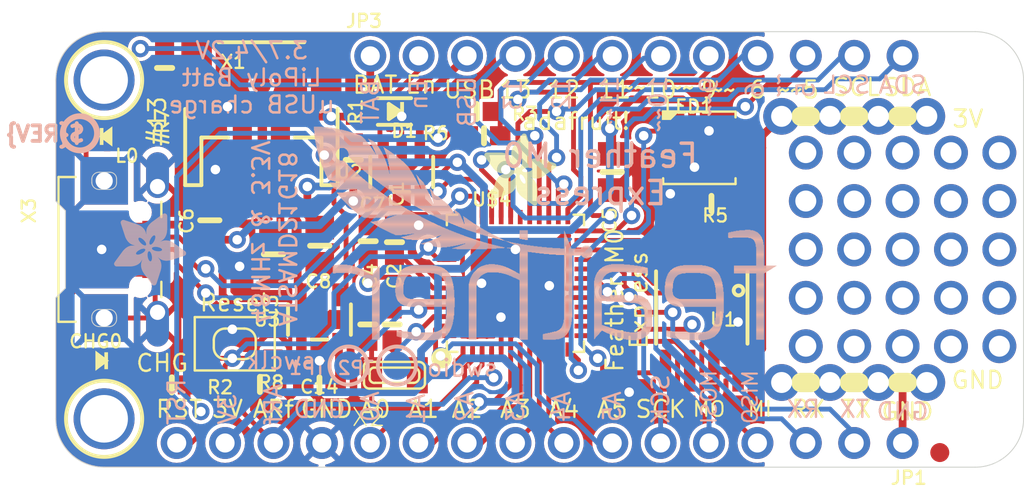
<source format=kicad_pcb>
(kicad_pcb (version 20221018) (generator pcbnew)
  (layers (0 "F.Cu" signal) (31 "B.Cu" signal) (34 "B.Paste" user) (35 "F.Paste" user) (36 "B.SilkS" user "B.Silkscreen") (37 "F.SilkS" user "F.Silkscreen") (38 "B.Mask" user) (39 "F.Mask" user) (44 "Edge.Cuts" user))
  (net 0 "")
  (net 1 "GND")
  (net 2 "MOSI")
  (net 3 "MISO")
  (net 4 "SCK")
  (net 5 "A5")
  (net 6 "A4")
  (net 7 "A3")
  (net 8 "A2")
  (net 9 "A1")
  (net 10 "D11")
  (net 11 "D12")
  (net 12 "+3V3")
  (net 13 "VBUS")
  (net 14 "VBAT")
  (net 15 "N$2")
  (net 16 "AREF")
  (net 17 "D13")
  (net 18 "A0")
  (net 19 "N$1")
  (net 20 "N$3")
  (net 21 "N$4")
  (net 22 "VDDCORE")
  (net 23 "SCL")
  (net 24 "SDA")
  (net 25 "D9")
  (net 26 "D8_NEOPIX")
  (net 27 "D7")
  (net 28 "D6")
  (net 29 "D5")
  (net 30 "D4_FLASHMOSI")
  (net 31 "D1")
  (net 32 "D0")
  (net 33 "D10")
  (net 34 "D+")
  (net 35 "D-")
  (net 36 "~{RESET}")
  (net 37 "SWCLK")
  (net 38 "SWDIO")
  (net 39 "N$5")
  (net 40 "N$7")
  (net 41 "EN")
  (net 42 "D3_FLASHSCK")
  (net 43 "FLASH_CS")
  (net 44 "RXLED")
  (net 45 "TXLED")
  (net 46 "N$6")
  (net 47 "N$8")
  (net 48 "N$9")
  (net 49 "N$10")
  (net 50 "N$11")
  (net 51 "N$12")
  (net 52 "N$13")
  (net 53 "N$14")
  (net 54 "N$17")
  (net 55 "N$25")
  (net 56 "N$26")
  (net 57 "N$27")
  (net 58 "N$28")
  (net 59 "N$29")
  (net 60 "N$30")
  (net 61 "N$31")
  (net 62 "N$33")
  (net 63 "N$34")
  (net 64 "N$35")
  (net 65 "N$36")
  (net 66 "N$38")
  (net 67 "N$39")
  (net 68 "N$40")
  (net 69 "N$41")
  (net 70 "N$42")
  (net 71 "D2_FLASHMISO")
  (footprint "working:0603-NO" (layer "F.Cu") (at 128.8161 95.4786 -90)
    (fp_text reference "R7")
    (fp_text value "2.2K")
  )
  (footprint "working:SOD-123" (layer "F.Cu") (at 140.8811 97.7646 180)
    (fp_text reference "D1")
    (fp_text value "MBR120")
  )
  (footprint "" (layer "F.Cu") (at 171.3611 96.1136)
    (fp_text reference "@HOLE0" hide)
    (fp_text value "")
  )
  (footprint "working:1X12_ROUND" (layer "F.Cu") (at 153.5811 94.8436)
    (fp_text reference "JP3")
    (fp_text value "")
  )
  (footprint "working:LED3535" (layer "F.Cu") (at 156.8831 99.6696)
    (fp_text reference "LED1")
    (fp_text value "WS2812B3535")
  )
  (footprint "working:4UCONN_20329_V2" (layer "F.Cu") (at 127.5461 105.0036 -90)
    (fp_text reference "X3")
    (fp_text value "microUSB")
    (fp_line (start -4.05 2.15) (end -4.05 1.6) (stroke (width 0.05)) (layer "Edge.Cuts"))
    (fp_line (start -3.7 1.25) (end -3.5 1.25) (stroke (width 0.05)) (layer "Edge.Cuts"))
    (fp_line (start -3.5 2.55) (end -3.7 2.55) (stroke (width 0.05)) (layer "Edge.Cuts"))
    (fp_line (start -3.15 1.6) (end -3.15 2.15) (stroke (width 0.05)) (layer "Edge.Cuts"))
    (fp_line (start 3.15 2.2) (end 3.15 1.6) (stroke (width 0.05)) (layer "Edge.Cuts"))
    (fp_line (start 4.05 1.6) (end 4.05 2.2) (stroke (width 0.05)) (layer "Edge.Cuts"))
    (fp_arc (start -4.05 1.6) (mid -3.947487 1.352513) (end -3.7 1.25) (stroke (width 0.05)) (layer "Edge.Cuts"))
    (fp_arc (start -3.7 2.55) (mid -3.957843 2.422487) (end -4.05 2.15) (stroke (width 0.05)) (layer "Edge.Cuts"))
    (fp_arc (start -3.5 1.25) (mid -3.252513 1.352513) (end -3.15 1.6) (stroke (width 0.05)) (layer "Edge.Cuts"))
    (fp_arc (start -3.15 2.15) (mid -3.242157 2.422487) (end -3.5 2.55) (stroke (width 0.05)) (layer "Edge.Cuts"))
    (fp_arc (start 3.15 1.6) (mid 3.302513 1.331802) (end 3.6 1.25) (stroke (width 0.05)) (layer "Edge.Cuts"))
    (fp_arc (start 3.6 1.25) (mid 3.897487 1.331802) (end 4.05 1.6) (stroke (width 0.05)) (layer "Edge.Cuts"))
    (fp_arc (start 3.6 2.55) (mid 3.302513 2.468198) (end 3.15 2.2) (stroke (width 0.05)) (layer "Edge.Cuts"))
    (fp_arc (start 4.05 2.2) (mid 3.897487 2.468198) (end 3.6 2.55) (stroke (width 0.05)) (layer "Edge.Cuts"))
  )
  (footprint "working:0603-NO" (layer "F.Cu") (at 140.7541 108.9406 90)
    (fp_text reference "C2")
    (fp_text value "22pF")
  )
  (footprint "working:CHIPLED_0805_NOOUTLINE" (layer "F.Cu") (at 125.5141 110.8456 -90)
    (fp_text reference "CHG0")
    (fp_text value "ORANGE")
  )
  (footprint "working:1X16_ROUND" (layer "F.Cu") (at 148.5011 115.1636 180)
    (fp_text reference "JP1")
    (fp_text value "")
  )
  (footprint "working:JSTPH2" (layer "F.Cu") (at 133.8961 97.1296)
    (fp_text reference "X1")
    (fp_text value "JSTPH")
  )
  (footprint "working:MOUNTINGHOLE_2.5_PLATED" (layer "F.Cu") (at 125.6411 96.1136 -90)
    (fp_text reference "U$31" hide)
    (fp_text value "MOUNTINGHOLE2.5" hide)
  )
  (footprint "working:FIDUCIAL_1MM" (layer "F.Cu") (at 169.5033 115.6646 -90)
    (fp_text reference "U$35" hide)
    (fp_text value "FIDUCIAL\"\"" hide)
  )
  (footprint "working:XTAL3215" (layer "F.Cu") (at 140.8811 111.6076)
    (fp_text reference "X2")
    (fp_text value "32.768")
  )
  (footprint "working:MOUNTINGHOLE_2.5_PLATED" (layer "F.Cu") (at 125.6411 113.8936 -90)
    (fp_text reference "U$32" hide)
    (fp_text value "MOUNTINGHOLE2.5" hide)
  )
  (footprint "working:0603-NO" (layer "F.Cu") (at 140.8811 104.6226 90)
    (fp_text reference "C1")
    (fp_text value "1uF")
  )
  (footprint "working:CHIPLED_0805_NOOUTLINE" (layer "F.Cu") (at 125.7461 99.0746 90)
    (fp_text reference "L0")
    (fp_text value "RED")
  )
  (footprint "working:0603-NO" (layer "F.Cu") (at 136.9441 112.1156 180)
    (fp_text reference "R8")
    (fp_text value "10K\\")
  )
  (footprint "working:SOIC8_208MIL" (layer "F.Cu") (at 157.0101 108.0516 180)
    (fp_text reference "U1")
    (fp_text value "2MB Flash")
  )
  (footprint "working:0805-NO" (layer "F.Cu") (at 134.5311 105.2576 -90)
    (fp_text reference "C3")
    (fp_text value "10µF")
  )
  (footprint "working:ADAFRUIT_3.5MM" (layer "F.Cu") (at 145.5801 102.7176)
    (fp_text reference "U$7" hide)
    (fp_text value "" hide)
  )
  (footprint "working:0603-NO" (layer "F.Cu") (at 145.5801 99.0346 180)
    (fp_text reference "R6")
    (fp_text value "100K")
  )
  (footprint "working:SOT23-5" (layer "F.Cu") (at 136.9441 108.6866 180)
    (fp_text reference "U3")
    (fp_text value "MCP73831T-2ACI/OT")
  )
  (footprint "working:0805-NO" (layer "F.Cu") (at 131.1891 103.4746 90)
    (fp_text reference "C6")
    (fp_text value "10µF")
  )
  (footprint "working:0603-NO" (layer "F.Cu") (at 138.7221 100.3046 90)
    (fp_text reference "R1")
    (fp_text value "100k")
  )
  (footprint "working:SOT23-5" (layer "F.Cu") (at 141.2621 100.9396 180)
    (fp_text reference "U2")
    (fp_text value "AP2112-3.3")
  )
  (footprint "working:FIDUCIAL_1MM" (layer "F.Cu") (at 133.8961 96.3676 -90)
    (fp_text reference "U$34" hide)
    (fp_text value "FIDUCIAL\"\"" hide)
  )
  (footprint "working:0603-NO" (layer "F.Cu") (at 139.4841 108.9406 90)
    (fp_text reference "C4")
    (fp_text value "22pF")
  )
  (footprint "working:0603-NO" (layer "F.Cu") (at 139.5011 104.5716 90)
    (fp_text reference "C7")
    (fp_text value "1uF")
  )
  (footprint "working:KMR2" (layer "F.Cu") (at 132.4991 109.9566 180)
    (fp_text reference "SW1" hide)
    (fp_text value "SPST_TACT-KMR2" hide)
  )
  (footprint "working:0603-NO" (layer "F.Cu") (at 145.1991 97.7646)
    (fp_text reference "R3")
    (fp_text value "100k")
  )
  (footprint "working:TQFN48_7MM" (layer "F.Cu") (at 147.2311 106.7816)
    (fp_text reference "U$4")
    (fp_text value "ATSAMD21G18_QFN")
  )
  (footprint "working:0603-NO" (layer "F.Cu") (at 157.5181 102.5906 180)
    (fp_text reference "R5")
    (fp_text value "10K")
  )
  (footprint "working:0805-NO" (layer "F.Cu") (at 136.9591 104.8096 -90)
    (fp_text reference "C8")
    (fp_text value "10µF")
  )
  (footprint "working:0805-NO" (layer "F.Cu") (at 152.3111 100.9396 -90)
    (fp_text reference "C5")
    (fp_text value "10uF")
  )
  (footprint "working:0603-NO" (layer "F.Cu") (at 129.1971 112.1156)
    (fp_text reference "R2")
    (fp_text value "1K")
  )
  (footprint "" (layer "F.Cu") (at 171.3611 113.8936)
    (fp_text reference "@HOLE1" hide)
    (fp_text value "")
  )
  (footprint "working:0603-NO" (layer "F.Cu") (at 133.8199 112.089007)
    (fp_text reference "C14")
    (fp_text value "1uF")
  )
  (footprint "working:TESTPOINT_ROUND_1.5MM" (layer "B.Cu") (at 138.4681 111.0996 180)
    (fp_text reference "TP1")
    (fp_text value "")
  )
  (footprint "working:FEATHERLOGO" (layer "B.Cu") (at 160.9471 109.8296 180)
    (fp_text reference "U$9" hide)
    (fp_text value "" hide)
  )
  (footprint "working:TESTPOINT_ROUND_1.5MM" (layer "B.Cu") (at 141.0081 111.0996 180)
    (fp_text reference "TP2")
    (fp_text value "")
  )
  (footprint "working:ADAFRUIT_3.5MM" (layer "B.Cu") (at 126.1491 103.0986)
    (fp_text reference "U$12" hide)
    (fp_text value "" hide)
  )
  (footprint "working:PCBFEAT-REV-040" (layer "B.Cu") (at 124.3711 98.9076 180)
    (fp_text reference "U$13" hide)
    (fp_text value "" hide)
  )
  (gr_line (start 167.2971 111.9886) (end 167.8051 111.9886) (stroke (width 1.016)) (layer "F.SilkS"))
  (gr_line (start 162.2171 111.9886) (end 162.7251 111.9886) (stroke (width 1.016)) (layer "F.SilkS"))
  (gr_line (start 164.7571 111.9886) (end 165.2651 111.9886) (stroke (width 1.016)) (layer "F.SilkS"))
  (gr_line (start 164.7571 98.0186) (end 165.2651 98.0186) (stroke (width 1.016)) (layer "F.SilkS"))
  (gr_line (start 162.2171 98.0186) (end 162.7251 98.0186) (stroke (width 1.016)) (layer "F.SilkS"))
  (gr_line (start 167.2971 98.0186) (end 167.8051 98.0186) (stroke (width 1.016)) (layer "F.SilkS"))
  (gr_line (start 123.1011 102.4636) (end 123.6091 102.9716) (stroke (width 0.05)) (layer "Edge.Cuts"))
  (gr_arc (start 125.6411 116.4336) (mid 123.845049 115.689651) (end 123.1011 113.8936) (stroke (width 0.05)) (layer "Edge.Cuts"))
  (gr_line (start 171.3611 93.5736) (end 125.6411 93.5736) (stroke (width 0.05)) (layer "Edge.Cuts"))
  (gr_line (start 123.6091 107.0356) (end 123.1011 107.5436) (stroke (width 0.05)) (layer "Edge.Cuts"))
  (gr_arc (start 171.3611 93.5736) (mid 173.157151 94.317549) (end 173.9011 96.1136) (stroke (width 0.05)) (layer "Edge.Cuts"))
  (gr_line (start 123.1011 96.1136) (end 123.1011 102.4636) (stroke (width 0.05)) (layer "Edge.Cuts"))
  (gr_line (start 173.9011 113.8936) (end 173.9011 96.1136) (stroke (width 0.05)) (layer "Edge.Cuts"))
  (gr_arc (start 173.9011 113.8936) (mid 173.157151 115.689651) (end 171.3611 116.4336) (stroke (width 0.05)) (layer "Edge.Cuts"))
  (gr_line (start 123.6091 102.9716) (end 123.6091 107.0356) (stroke (width 0.05)) (layer "Edge.Cuts"))
  (gr_line (start 123.1011 107.5436) (end 123.1011 113.8936) (stroke (width 0.05)) (layer "Edge.Cuts"))
  (gr_arc (start 123.1011 96.1136) (mid 123.845049 94.317549) (end 125.6411 93.5736) (stroke (width 0.05)) (layer "Edge.Cuts"))
  (gr_line (start 125.6411 116.4336) (end 171.3611 116.4336) (stroke (width 0.05)) (layer "Edge.Cuts"))
  (gr_text "MOSI" (at 157.3911 112.7506 -270) (layer "B.SilkS") (effects (font (size 0.78232 0.78232) (thickness 0.10668)) (justify mirror)))
  (gr_text "A2" (at 144.5641 113.2586 -270) (layer "B.SilkS") (effects (font (size 0.89408 0.89408) (thickness 0.12192)) (justify mirror)))
  (gr_text "A4" (at 149.6441 113.2586 -270) (layer "B.SilkS") (effects (font (size 0.89408 0.89408) (thickness 0.12192)) (justify mirror)))
  (gr_text "ATSAMD21G18 \n48MHz & 3.3V" (at 134.5311 104.1146 -90) (layer "B.SilkS") (effects (font (size 0.88392 0.88392) (thickness 0.13208)) (justify mirror)))
  (gr_text "A5" (at 152.3111 113.2586 -270) (layer "B.SilkS") (effects (font (size 0.89408 0.89408) (thickness 0.12192)) (justify mirror)))
  (gr_text "13" (at 147.1041 96.8756 -270) (layer "B.SilkS") (effects (font (size 0.89408 0.89408) (thickness 0.12192)) (justify mirror)))
  (gr_text "SCL" (at 164.6301 96.3676) (layer "B.SilkS") (effects (font (size 0.89408 0.89408) (thickness 0.12192)) (justify mirror)))
  (gr_text "A0" (at 139.6111 113.2586 -270) (layer "B.SilkS") (effects (font (size 0.89408 0.89408) (thickness 0.12192)) (justify mirror)))
  (gr_text "SDA" (at 167.5511 96.3676) (layer "B.SilkS") (effects (font (size 0.89408 0.89408) (thickness 0.12192)) (justify mirror)))
  (gr_text "A1" (at 142.0241 113.3856 -270) (layer "B.SilkS") (effects (font (size 0.89408 0.89408) (thickness 0.12192)) (justify mirror)))
  (gr_text "~~" (at 161.0741 96.3676 -90) (layer "B.SilkS") (effects (font (size 0.89408 0.89408) (thickness 0.12192)) (justify mirror)))
  (gr_text "RST" (at 129.4511 113.0046 -270) (layer "B.SilkS") (effects (font (size 0.89408 0.89408) (thickness 0.12192)) (justify mirror)))
  (gr_text "swclk" (at 134.9121 110.8456) (layer "B.SilkS") (effects (font (size 0.89408 0.89408) (thickness 0.12192)) (justify mirror)))
  (gr_text "TX" (at 165.0111 113.3856) (layer "B.SilkS") (effects (font (size 0.89408 0.89408) (thickness 0.12192)) (justify mirror)))
  (gr_text "ARf" (at 134.5311 113.1316 -270) (layer "B.SilkS") (effects (font (size 0.89408 0.89408) (thickness 0.12192)) (justify mirror)))
  (gr_text "En" (at 142.1511 96.8756 -270) (layer "B.SilkS") (effects (font (size 0.89408 0.89408) (thickness 0.12192)) (justify mirror)))
  (gr_text "12" (at 149.6441 96.8756 -270) (layer "B.SilkS") (effects (font (size 0.89408 0.89408) (thickness 0.12192)) (justify mirror)))
  (gr_text "5" (at 162.4711 96.6216 -270) (layer "B.SilkS") (effects (font (size 0.89408 0.89408) (thickness 0.12192)) (justify mirror)))
  (gr_text "Feather M0\nExpress" (at 151.6761 101.0666) (layer "B.SilkS") (effects (font (size 1.21539 1.21539) (thickness 0.18161)) (justify mirror)))
  (gr_text "6" (at 159.8041 96.6216 -270) (layer "B.SilkS") (effects (font (size 0.89408 0.89408) (thickness 0.12192)) (justify mirror)))
  (gr_text "9~~" (at 157.3911 97.0026 -270) (layer "B.SilkS") (effects (font (size 0.89408 0.89408) (thickness 0.12192)) (justify mirror)))
  (gr_text "3V" (at 132.1181 113.3856 -270) (layer "B.SilkS") (effects (font (size 0.89408 0.89408) (thickness 0.12192)) (justify mirror)))
  (gr_text "MISO" (at 159.5501 112.7506 -270) (layer "B.SilkS") (effects (font (size 0.78232 0.78232) (thickness 0.10668)) (justify mirror)))
  (gr_text "swdio" (at 144.4371 111.2266) (layer "B.SilkS") (effects (font (size 0.89408 0.89408) (thickness 0.12192)) (justify mirror)))
  (gr_text "10~~" (at 154.7241 97.3836 -270) (layer "B.SilkS") (effects (font (size 0.89408 0.89408) (thickness 0.12192)) (justify mirror)))
  (gr_text "GND" (at 167.5511 113.5126) (layer "B.SilkS") (effects (font (size 0.89408 0.89408) (thickness 0.12192)) (justify mirror)))
  (gr_text "3.7/4.2V\nLiPoly Batt\nµUSB charge" (at 133.3881 95.9866) (layer "B.SilkS") (effects (font (size 0.88392 0.88392) (thickness 0.13208)) (justify mirror)))
  (gr_text "11~~" (at 152.1841 97.3836 -270) (layer "B.SilkS") (effects (font (size 0.89408 0.89408) (thickness 0.12192)) (justify mirror)))
  (gr_text "BAT" (at 139.6111 97.2566 -270) (layer "B.SilkS") (effects (font (size 0.89408 0.89408) (thickness 0.12192)) (justify mirror)))
  (gr_text "SCK" (at 154.8511 112.8776 -270) (layer "B.SilkS") (effects (font (size 0.89408 0.89408) (thickness 0.12192)) (justify mirror)))
  (gr_text "RX" (at 162.3441 113.3856) (layer "B.SilkS") (effects (font (size 0.89408 0.89408) (thickness 0.12192)) (justify mirror)))
  (gr_text "A3" (at 147.2311 113.2586 -270) (layer "B.SilkS") (effects (font (size 0.89408 0.89408) (thickness 0.12192)) (justify mirror)))
  (gr_text "USB" (at 144.6911 97.2566 -270) (layer "B.SilkS") (effects (font (size 0.89408 0.89408) (thickness 0.12192)) (justify mirror)))
  (gr_text "GND" (at 136.9441 113.3856) (layer "B.SilkS") (effects (font (size 0.89408 0.89408) (thickness 0.12192)) (justify mirror)))
  (gr_text "11" (at 152.4381 96.6216) (layer "F.SilkS") (effects (font (size 0.89408 0.89408) (thickness 0.12192))))
  (gr_text "A2" (at 144.6911 113.3856) (layer "F.SilkS") (effects (font (size 0.89408 0.89408) (thickness 0.12192))))
  (gr_text "~~5" (at 162.0901 96.6216) (layer "F.SilkS") (effects (font (size 0.89408 0.89408) (thickness 0.12192))))
  (gr_text "CHG" (at 128.6891 110.9726) (layer "F.SilkS") (effects (font (size 0.89408 0.89408) (thickness 0.12192))))
  (gr_text "BAT" (at 139.8651 96.3676) (layer "F.SilkS") (effects (font (size 0.89408 0.89408) (thickness 0.12192))))
  (gr_text "6" (at 159.9311 96.6216) (layer "F.SilkS") (effects (font (size 0.89408 0.89408) (thickness 0.12192))))
  (gr_text "#13" (at 128.4351 98.2726 90) (layer "F.SilkS") (effects (font (size 0.89408 0.89408) (thickness 0.12192))))
  (gr_text "MI" (at 160.0581 113.3856) (layer "F.SilkS") (effects (font (size 0.78232 0.78232) (thickness 0.10668))))
  (gr_text "~~" (at 155.9941 96.4946) (layer "F.SilkS") (effects (font (size 0.89408 0.89408) (thickness 0.12192))))
  (gr_text "TX" (at 165.1381 113.3856) (layer "F.SilkS") (effects (font (size 0.89408 0.89408) (thickness 0.12192))))
  (gr_text "12" (at 149.7711 96.6216) (layer "F.SilkS") (effects (font (size 0.89408 0.89408) (thickness 0.12192))))
  (gr_text "Reset" (at 132.4991 107.7976) (layer "F.SilkS") (effects (font (size 0.89408 0.89408) (thickness 0.12192))))
  (gr_text "Feather M0" (at 152.4381 107.6706 90) (layer "F.SilkS") (effects (font (size 0.89408 0.89408) (thickness 0.12192))))
  (gr_text "MO" (at 157.3911 113.3856) (layer "F.SilkS") (effects (font (size 0.78232 0.78232) (thickness 0.10668))))
  (gr_text "adafruit!" (at 150.4061 98.2726) (layer "F.SilkS") (effects (font (size 0.89408 0.89408) (thickness 0.12192))))
  (gr_text "~~" (at 158.1531 96.6216) (layer "F.SilkS") (effects (font (size 0.89408 0.89408) (thickness 0.12192))))
  (gr_text "A1" (at 142.4051 113.3856) (layer "F.SilkS") (effects (font (size 0.89408 0.89408) (thickness 0.12192))))
  (gr_text "9" (at 157.3911 96.6216) (layer "F.SilkS") (effects (font (size 0.89408 0.89408) (thickness 0.12192))))
  (gr_text "GND" (at 167.8051 113.5126) (layer "F.SilkS") (effects (font (size 0.89408 0.89408) (thickness 0.12192))))
  (gr_text "USB" (at 144.8181 96.6216) (layer "F.SilkS") (effects (font (size 0.89408 0.89408) (thickness 0.12192))))
  (gr_text "GND" (at 171.4881 111.8616) (layer "F.SilkS") (effects (font (size 0.89408 0.89408) (thickness 0.12192))))
  (gr_text "SDA" (at 167.8051 96.4946) (layer "F.SilkS") (effects (font (size 0.89408 0.89408) (thickness 0.12192))))
  (gr_text "3V" (at 132.1181 113.3856) (layer "F.SilkS") (effects (font (size 0.89408 0.89408) (thickness 0.12192))))
  (gr_text "En" (at 142.2781 96.3676) (layer "F.SilkS") (effects (font (size 0.89408 0.89408) (thickness 0.12192))))
  (gr_text "10" (at 154.8511 96.6216) (layer "F.SilkS") (effects (font (size 0.89408 0.89408) (thickness 0.12192))))
  (gr_text "SCK" (at 154.8511 113.3856) (layer "F.SilkS") (effects (font (size 0.89408 0.89408) (thickness 0.12192))))
  (gr_text "A4" (at 149.7711 113.3856) (layer "F.SilkS") (effects (font (size 0.89408 0.89408) (thickness 0.12192))))
  (gr_text "A5" (at 152.3111 113.3856) (layer "F.SilkS") (effects (font (size 0.89408 0.89408) (thickness 0.12192))))
  (gr_text "ARf" (at 134.5311 113.3856) (layer "F.SilkS") (effects (font (size 0.89408 0.89408) (thickness 0.12192))))
  (gr_text "RST" (at 129.5781 113.3856) (layer "F.SilkS") (effects (font (size 0.89408 0.89408) (thickness 0.12192))))
  (gr_text "A0" (at 139.8651 113.3856) (layer "F.SilkS") (effects (font (size 0.89408 0.89408) (thickness 0.12192))))
  (gr_text "A3" (at 147.2311 113.3856) (layer "F.SilkS") (effects (font (size 0.89408 0.89408) (thickness 0.12192))))
  (gr_text "~~" (at 153.4541 96.4946) (layer "F.SilkS") (effects (font (size 0.89408 0.89408) (thickness 0.12192))))
  (gr_text "SCL" (at 165.1381 96.4946) (layer "F.SilkS") (effects (font (size 0.89408 0.89408) (thickness 0.12192))))
  (gr_text "Express" (at 153.7081 107.6706 90) (layer "F.SilkS") (effects (font (size 0.89408 0.89408) (thickness 0.12192))))
  (gr_text "GND" (at 137.3251 113.3856) (layer "F.SilkS") (effects (font (size 0.89408 0.89408) (thickness 0.12192))))
  (gr_text "RX" (at 162.5981 113.3856) (layer "F.SilkS") (effects (font (size 0.89408 0.89408) (thickness 0.12192))))
  (gr_text "13" (at 147.2311 96.6216) (layer "F.SilkS") (effects (font (size 0.89408 0.89408) (thickness 0.12192))))
  (gr_text "3V" (at 170.9801 98.1456) (layer "F.SilkS") (effects (font (size 0.89408 0.89408) (thickness 0.12192))))
  (segment (start 143.1671 100.3046) (end 143.0401 100.3046) (width 0.254) (layer "F.Cu") (net 1))
  (segment (start 147.4811 107.0316) (end 147.2311 106.7816) (width 0.254) (layer "F.Cu") (net 1))
  (segment (start 143.7561 106.5316) (end 146.9811 106.5316) (width 0.254) (layer "F.Cu") (net 1))
  (segment (start 140.7541 108.0906) (end 139.4841 108.0906) (width 0.254) (layer "F.Cu") (net 1))
  (segment (start 146.4811 110.2566) (end 146.4811 107.5316) (width 0.254) (layer "F.Cu") (net 1))
  (segment (start 124.6961 99.0746) (end 124.6961 101.4036) (width 0.254) (layer "F.Cu") (net 1))
  (segment (start 124.6961 101.4036) (end 125.6461 101.4036) (width 0.254) (layer "F.Cu") (net 1))
  (segment (start 125.6461 108.6036) (end 128.1461 108.6036) (width 0.254) (layer "F.Cu") (net 1))
  (segment (start 146.4811 107.5316) (end 147.2311 106.7816) (width 0.254) (layer "F.Cu") (net 1))
  (segment (start 130.4991 109.1566) (end 134.4991 109.1566) (width 0.254) (layer "F.Cu") (net 1))
  (segment (start 141.7701 104.1146) (end 142.1511 103.7336) (width 0.254) (layer "F.Cu") (net 1))
  (segment (start 144.9811 104.5316) (end 147.2311 106.7816) (width 0.254) (layer "F.Cu") (net 1))
  (segment (start 146.4691 107.5436) (end 146.4691 108.5596) (width 0.254) (layer "F.Cu") (net 1))
  (segment (start 167.5511 115.1636) (end 167.5511 112.2426) (width 0.4064) (layer "F.Cu") (net 1))
  (segment (start 144.4371 99.0346) (end 143.1671 100.3046) (width 0.254) (layer "F.Cu") (net 1))
  (segment (start 134.4991 109.1566) (end 134.6201 109.1566) (width 0.254) (layer "F.Cu") (net 1))
  (segment (start 163.7411 111.9886) (end 166.2811 111.9886) (width 0.4064) (layer "F.Cu") (net 1))
  (segment (start 141.2621 99.6395) (end 141.2621 98.3996) (width 0.254) (layer "F.Cu") (net 1))
  (segment (start 161.2011 111.9886) (end 163.7411 111.9886) (width 0.4064) (layer "F.Cu") (net 1))
  (segment (start 143.1711 106.5316) (end 141.7701 105.1306) (width 0.254) (layer "F.Cu") (net 1))
  (segment (start 146.4811 107.5316) (end 146.4691 107.5436) (width 0.254) (layer "F.Cu") (net 1))
  (segment (start 146.9811 106.5316) (end 147.2311 106.7816) (width 0.254) (layer "F.Cu") (net 1))
  (segment (start 137.0711 105.7596) (end 136.9591 105.7596) (width 0.254) (layer "F.Cu") (net 1))
  (segment (start 144.9811 103.3066) (end 144.9811 104.5316) (width 0.254) (layer "F.Cu") (net 1))
  (segment (start 141.7701 105.1306) (end 141.7701 104.1146) (width 0.254) (layer "F.Cu") (net 1))
  (segment (start 128.3211 106.3036) (end 126.0961 106.3036) (width 0.254) (layer "F.Cu") (net 1))
  (segment (start 150.7061 107.0316) (end 147.4811 107.0316) (width 0.254) (layer "F.Cu") (net 1))
  (segment (start 128.3211 108.1786) (end 128.4461 108.3036) (width 0.254) (layer "F.Cu") (net 1))
  (segment (start 166.2811 111.9886) (end 167.2971 111.9886) (width 0.4064) (layer "F.Cu") (net 1))
  (segment (start 167.5511 112.2426) (end 167.2971 111.9886) (width 0.4064) (layer "F.Cu") (net 1))
  (segment (start 144.7301 99.0346) (end 144.4371 99.0346) (width 0.254) (layer "F.Cu") (net 1))
  (segment (start 167.2971 111.9886) (end 168.8211 111.9886) (width 0.4064) (layer "F.Cu") (net 1))
  (segment (start 128.1461 108.6036) (end 128.4461 108.3036) (width 0.254) (layer "F.Cu") (net 1))
  (segment (start 143.7561 106.5316) (end 143.1711 106.5316) (width 0.254) (layer "F.Cu") (net 1))
  (segment (start 128.3211 106.3036) (end 128.3211 108.1786) (width 0.254) (layer "F.Cu") (net 1))
  (segment (start 126.0961 106.3036) (end 125.5461 105.7536) (width 0.254) (layer "F.Cu") (net 1))
  (via (at 141.2621 98.0186) (size 0.9064) (drill 0.5) (layers "F.Cu" "B.Cu") (net 1))
  (via (at 145.4531 106.7816) (size 0.9064) (drill 0.5) (layers "F.Cu" "B.Cu") (net 1))
  (via (at 147.2311 105.0036) (size 0.9064) (drill 0.5) (layers "F.Cu" "B.Cu") (net 1))
  (via (at 132.1181 97.5106) (size 0.9064) (drill 0.5) (layers "F.Cu" "B.Cu") (net 1))
  (via (at 142.1511 103.7336) (size 0.9064) (drill 0.5) (layers "F.Cu" "B.Cu") (net 1))
  (via (at 158.9151 108.8136) (size 0.9064) (drill 0.5) (layers "F.Cu" "B.Cu") (net 1))
  (via (at 155.3591 102.0826) (size 0.9064) (drill 0.5) (layers "F.Cu" "B.Cu") (net 1))
  (via (at 131.4831 100.8126) (size 0.9064) (drill 0.5) (layers "F.Cu" "B.Cu") (net 1))
  (via (at 146.4691 108.5596) (size 0.9064) (drill 0.5) (layers "F.Cu" "B.Cu") (net 1))
  (via (at 125.5141 105.0036) (size 0.9064) (drill 0.5) (layers "F.Cu" "B.Cu") (net 1))
  (via (at 166.2811 111.9886) (size 1.9304) (drill 1.1) (layers "F.Cu" "B.Cu") (net 1))
  (via (at 156.6291 100.6856) (size 0.9064) (drill 0.5) (layers "F.Cu" "B.Cu") (net 1))
  (via (at 161.2011 111.9886) (size 1.9304) (drill 1.1) (layers "F.Cu" "B.Cu") (net 1))
  (via (at 157.3911 98.7806) (size 0.9064) (drill 0.5) (layers "F.Cu" "B.Cu") (net 1))
  (via (at 136.9441 110.8456) (size 0.9064) (drill 0.5) (layers "F.Cu" "B.Cu") (net 1))
  (via (at 168.8211 111.9886) (size 1.9304) (drill 1.1) (layers "F.Cu" "B.Cu") (net 1))
  (via (at 153.2001 112.4966) (size 0.9064) (drill 0.5) (layers "F.Cu" "B.Cu") (net 1))
  (via (at 149.0091 106.9086) (size 0.9064) (drill 0.5) (layers "F.Cu" "B.Cu") (net 1))
  (via (at 132.3721 109.1946) (size 0.9064) (drill 0.5) (layers "F.Cu" "B.Cu") (net 1))
  (via (at 132.7531 105.8926) (size 0.9064) (drill 0.5) (layers "F.Cu" "B.Cu") (net 1))
  (via (at 163.7411 111.9886) (size 1.9304) (drill 1.1) (layers "F.Cu" "B.Cu") (net 1))
  (segment (start 159.8041 111.9886) (end 161.2011 111.9886) (width 0.4064) (layer "B.Cu") (net 1))
  (segment (start 151.4261 106.5316) (end 152.0571 107.1626) (width 0.254) (layer "F.Cu") (net 2))
  (segment (start 150.7061 106.5316) (end 151.4261 106.5316) (width 0.254) (layer "F.Cu") (net 2))
  (segment (start 152.0571 107.1626) (end 152.0571 107.2261) (width 0.254) (layer "F.Cu") (net 2))
  (via (at 152.0571 107.2261) (size 0.9064) (drill 0.5) (layers "F.Cu" "B.Cu") (net 2))
  (segment (start 153.7081 106.5276) (end 152.7556 106.5276) (width 0.254) (layer "B.Cu") (net 2))
  (segment (start 152.7556 106.5276) (end 152.0571 107.2261) (width 0.254) (layer "B.Cu") (net 2))
  (segment (start 154.5971 107.4166) (end 153.7081 106.5276) (width 0.254) (layer "B.Cu") (net 2))
  (segment (start 157.3911 113.0046) (end 157.3911 115.1636) (width 0.254) (layer "B.Cu") (net 2))
  (segment (start 154.5971 110.2106) (end 157.3911 113.0046) (width 0.254) (layer "B.Cu") (net 2))
  (segment (start 154.5971 107.4166) (end 154.5971 110.2106) (width 0.254) (layer "B.Cu") (net 2))
  (segment (start 157.0101 109.9566) (end 157.3911 109.5756) (width 0.254) (layer "F.Cu") (net 3))
  (segment (start 158.6611 113.8936) (end 159.9311 115.1636) (width 0.254) (layer "F.Cu") (net 3))
  (segment (start 150.7061 105.5316) (end 153.1185 105.5316) (width 0.254) (layer "F.Cu") (net 3))
  (segment (start 157.0101 113.0046) (end 157.0101 109.9566) (width 0.254) (layer "F.Cu") (net 3))
  (segment (start 157.8991 113.8936) (end 158.6611 113.8936) (width 0.254) (layer "F.Cu") (net 3))
  (segment (start 153.4541 105.8672) (end 153.4541 106.5276) (width 0.254) (layer "F.Cu") (net 3))
  (segment (start 154.2161 107.2896) (end 157.3911 107.2896) (width 0.254) (layer "F.Cu") (net 3))
  (segment (start 153.4541 106.5276) (end 154.2161 107.2896) (width 0.254) (layer "F.Cu") (net 3))
  (segment (start 157.3911 109.5756) (end 157.3911 107.2896) (width 0.254) (layer "F.Cu") (net 3))
  (segment (start 157.0101 113.0046) (end 157.8991 113.8936) (width 0.254) (layer "F.Cu") (net 3))
  (segment (start 153.1185 105.5316) (end 153.4541 105.8672) (width 0.254) (layer "F.Cu") (net 3))
  (segment (start 152.9461 106.2736) (end 152.9461 106.9086) (width 0.254) (layer "F.Cu") (net 4))
  (segment (start 150.7061 106.0316) (end 152.7041 106.0316) (width 0.254) (layer "F.Cu") (net 4))
  (segment (start 152.9461 106.9086) (end 153.2001 107.1626) (width 0.254) (layer "F.Cu") (net 4))
  (segment (start 153.2001 107.1626) (end 153.2001 107.4801) (width 0.254) (layer "F.Cu") (net 4))
  (segment (start 152.7041 106.0316) (end 152.9461 106.2736) (width 0.254) (layer "F.Cu") (net 4))
  (via (at 153.2001 107.4801) (size 0.9064) (drill 0.5) (layers "F.Cu" "B.Cu") (net 4))
  (segment (start 154.8511 112.4966) (end 154.8511 115.1636) (width 0.254) (layer "B.Cu") (net 4))
  (segment (start 153.2636 107.4801) (end 153.2001 107.4801) (width 0.254) (layer "B.Cu") (net 4))
  (segment (start 153.9621 108.1786) (end 153.2636 107.4801) (width 0.254) (layer "B.Cu") (net 4))
  (segment (start 153.9621 108.1786) (end 153.9621 111.6076) (width 0.254) (layer "B.Cu") (net 4))
  (segment (start 153.9621 111.6076) (end 154.8511 112.4966) (width 0.254) (layer "B.Cu") (net 4))
  (segment (start 143.0401 109.1946) (end 143.0401 110.3376) (width 0.254) (layer "F.Cu") (net 5))
  (segment (start 143.0401 110.3376) (end 143.2941 110.5916) (width 0.254) (layer "F.Cu") (net 5))
  (segment (start 143.2031 109.0316) (end 143.0401 109.1946) (width 0.254) (layer "F.Cu") (net 5))
  (segment (start 143.7561 109.0316) (end 143.2031 109.0316) (width 0.254) (layer "F.Cu") (net 5))
  (via (at 143.2941 110.5916) (size 0.9064) (drill 0.5) (layers "F.Cu" "B.Cu") (net 5))
  (segment (start 143.9291 109.9566) (end 147.2311 109.9566) (width 0.254) (layer "B.Cu") (net 5))
  (segment (start 148.3741 112.6236) (end 149.6441 113.8936) (width 0.254) (layer "B.Cu") (net 5))
  (segment (start 150.2791 113.8936) (end 151.5491 115.1636) (width 0.254) (layer "B.Cu") (net 5))
  (segment (start 147.2311 109.9566) (end 148.3741 111.0996) (width 0.254) (layer "B.Cu") (net 5))
  (segment (start 148.3741 111.0996) (end 148.3741 112.6236) (width 0.254) (layer "B.Cu") (net 5))
  (segment (start 151.5491 115.1636) (end 152.3111 115.1636) (width 0.254) (layer "B.Cu") (net 5))
  (segment (start 149.6441 113.8936) (end 150.2791 113.8936) (width 0.254) (layer "B.Cu") (net 5))
  (segment (start 143.2941 110.5916) (end 143.9291 109.9566) (width 0.254) (layer "B.Cu") (net 5))
  (segment (start 148.9811 110.2566) (end 148.9811 114.3736) (width 0.254) (layer "F.Cu") (net 6))
  (segment (start 148.9811 114.3736) (end 149.7711 115.1636) (width 0.254) (layer "F.Cu") (net 6))
  (segment (start 148.4811 113.9136) (end 147.2311 115.1636) (width 0.254) (layer "F.Cu") (net 7))
  (segment (start 148.4811 110.2566) (end 148.4811 113.9136) (width 0.254) (layer "F.Cu") (net 7))
  (segment (start 147.9811 110.2566) (end 147.9811 113.6516) (width 0.254) (layer "F.Cu") (net 8))
  (segment (start 145.4531 115.1636) (end 144.6911 115.1636) (width 0.254) (layer "F.Cu") (net 8))
  (segment (start 147.7391 113.8936) (end 146.7231 113.8936) (width 0.254) (layer "F.Cu") (net 8))
  (segment (start 146.7231 113.8936) (end 145.4531 115.1636) (width 0.254) (layer "F.Cu") (net 8))
  (segment (start 147.9811 113.6516) (end 147.7391 113.8936) (width 0.254) (layer "F.Cu") (net 8))
  (segment (start 144.9451 115.1636) (end 144.6911 115.1636) (width 0.254) (layer "F.Cu") (net 8))
  (segment (start 145.9611 113.8936) (end 144.1831 113.8936) (width 0.254) (layer "F.Cu") (net 9))
  (segment (start 147.4811 112.1196) (end 147.4851 112.1236) (width 0.254) (layer "F.Cu") (net 9))
  (segment (start 144.1831 113.8936) (end 142.9131 115.1636) (width 0.254) (layer "F.Cu") (net 9))
  (segment (start 147.4851 113.2586) (end 146.5961 113.2586) (width 0.254) (layer "F.Cu") (net 9))
  (segment (start 146.5961 113.2586) (end 145.9611 113.8936) (width 0.254) (layer "F.Cu") (net 9))
  (segment (start 142.9131 115.1636) (end 142.1511 115.1636) (width 0.254) (layer "F.Cu") (net 9))
  (segment (start 147.4851 112.1236) (end 147.4851 113.2586) (width 0.254) (layer "F.Cu") (net 9))
  (segment (start 147.4811 110.2566) (end 147.4811 112.1196) (width 0.254) (layer "F.Cu") (net 9))
  (segment (start 150.1521 96.7486) (end 147.7391 96.7486) (width 0.254) (layer "F.Cu") (net 10))
  (segment (start 149.9811 103.3066) (end 149.9811 102.8886) (width 0.254) (layer "F.Cu") (net 10))
  (segment (start 147.7391 96.7486) (end 147.3581 97.1296) (width 0.254) (layer "F.Cu") (net 10))
  (segment (start 150.2791 100.8126) (end 150.2791 96.8756) (width 0.254) (layer "F.Cu") (net 10))
  (segment (start 150.2791 100.8126) (end 150.6601 101.1936) (width 0.254) (layer "F.Cu") (net 10))
  (segment (start 149.9811 102.8886) (end 150.6601 102.2096) (width 0.254) (layer "F.Cu") (net 10))
  (segment (start 150.6601 102.2096) (end 150.6601 101.1936) (width 0.254) (layer "F.Cu") (net 10))
  (segment (start 150.2791 96.8756) (end 150.1521 96.7486) (width 0.254) (layer "F.Cu") (net 10))
  (via (at 147.3581 97.1296) (size 0.9064) (drill 0.5) (layers "F.Cu" "B.Cu") (net 10))
  (segment (start 151.6761 94.8436) (end 152.3111 94.8436) (width 0.254) (layer "B.Cu") (net 10))
  (segment (start 148.3741 96.7486) (end 149.0091 96.1136) (width 0.254) (layer "B.Cu") (net 10))
  (segment (start 147.7391 96.7486) (end 148.3741 96.7486) (width 0.254) (layer "B.Cu") (net 10))
  (segment (start 150.4061 96.1136) (end 151.6761 94.8436) (width 0.254) (layer "B.Cu") (net 10))
  (segment (start 147.3581 97.1296) (end 147.7391 96.7486) (width 0.254) (layer "B.Cu") (net 10))
  (segment (start 149.0091 96.1136) (end 150.4061 96.1136) (width 0.254) (layer "B.Cu") (net 10))
  (segment (start 148.4811 99.2686) (end 148.2471 99.0346) (width 0.254) (layer "F.Cu") (net 11))
  (segment (start 148.4811 103.3066) (end 148.4811 99.2686) (width 0.254) (layer "F.Cu") (net 11))
  (via (at 148.2471 99.0346) (size 0.9064) (drill 0.5) (layers "F.Cu" "B.Cu") (net 11))
  (segment (start 146.4691 98.1456) (end 147.2311 98.9076) (width 0.254) (layer "B.Cu") (net 11))
  (segment (start 149.2631 94.8436) (end 147.8661 96.2406) (width 0.254) (layer "B.Cu") (net 11))
  (segment (start 146.4691 96.6216) (end 146.4691 98.1456) (width 0.254) (layer "B.Cu") (net 11))
  (segment (start 148.1201 98.9076) (end 148.2471 99.0346) (width 0.254) (layer "B.Cu") (net 11))
  (segment (start 147.2311 98.9076) (end 148.1201 98.9076) (width 0.254) (layer "B.Cu") (net 11))
  (segment (start 146.8501 96.2406) (end 146.4691 96.6216) (width 0.254) (layer "B.Cu") (net 11))
  (segment (start 147.8661 96.2406) (end 146.8501 96.2406) (width 0.254) (layer "B.Cu") (net 11))
  (segment (start 149.7711 94.8436) (end 149.2631 94.8436) (width 0.254) (layer "B.Cu") (net 11))
  (segment (start 168.8211 98.0186) (end 166.2811 98.0186) (width 0.4064) (layer "F.Cu") (net 12))
  (segment (start 155.1331 100.5446) (end 156.7561 102.1676) (width 0.4064) (layer "F.Cu") (net 12))
  (segment (start 146.9811 110.2566) (end 146.9811 112.1116) (width 0.254) (layer "F.Cu") (net 12))
  (segment (start 139.4841 105.4386) (end 139.4841 106.7816) (width 0.4064) (layer "F.Cu") (net 12))
  (segment (start 146.9811 110.2566) (end 146.9811 109.6224) (width 0.254) (layer "F.Cu") (net 12))
  (segment (start 139.5011 106.3985) (end 139.5011 105.4216) (width 0.254) (layer "F.Cu") (net 12))
  (segment (start 158.9151 111.3666) (end 157.6451 111.3666) (width 0.4064) (layer "F.Cu") (net 12))
  (segment (start 143.9291 100.4316) (end 144.1831 100.4316) (width 0.254) (layer "F.Cu") (net 12))
  (segment (start 143.2941 101.0666) (end 143.9291 100.4316) (width 0.254) (layer "F.Cu") (net 12))
  (segment (start 139.6746 106.4641) (end 139.5011 106.2906) (width 0.254) (layer "F.Cu") (net 12))
  (segment (start 157.5181 99.7966) (end 157.6451 99.6696) (width 0.4064) (layer "F.Cu") (net 12))
  (segment (start 143.279 103.3066) (end 142.2121 102.2397) (width 0.254) (layer "F.Cu") (net 12))
  (segment (start 156.3751 102.8836) (end 156.6681 102.5906) (width 0.4064) (layer "F.Cu") (net 12))
  (segment (start 158.9151 111.3666) (end 159.0291 111.3666) (width 0.4064) (layer "F.Cu") (net 12))
  (segment (start 152.1841 98.6536) (end 152.1841 98.2726) (width 0.4064) (layer "F.Cu") (net 12))
  (segment (start 160.1851 99.0346) (end 161.2011 98.0186) (width 0.4064) (layer "F.Cu") (net 12))
  (segment (start 160.1851 110.2106) (end 160.1851 99.6696) (width 0.4064) (layer "F.Cu") (net 12))
  (segment (start 156.6681 102.2556) (end 156.7561 102.1676) (width 0.4064) (layer "F.Cu") (net 12))
  (segment (start 149.9743 109.4994) (end 147.1041 109.4994) (width 0.254) (layer "F.Cu") (net 12))
  (segment (start 146.9811 112.1116) (end 146.0881 113.0046) (width 0.254) (layer "F.Cu") (net 12))
  (segment (start 156.3751 104.7366) (end 156.3751 102.8836) (width 0.4064) (layer "F.Cu") (net 12))
  (segment (start 150.7061 107.5316) (end 149.9743 107.5316) (width 0.254) (layer "F.Cu") (net 12))
  (segment (start 149.9743 107.5316) (end 149.9743 109.4994) (width 0.254) (layer "F.Cu") (net 12))
  (segment (start 152.1841 98.6536) (end 152.3111 98.7806) (width 0.4064) (layer "F.Cu") (net 12))
  (segment (start 152.1841 98.2726) (end 153.3271 97.1296) (width 0.4064) (layer "F.Cu") (net 12))
  (segment (start 153.3271 97.1296) (end 155.9941 97.1296) (width 0.4064) (layer "F.Cu") (net 12))
  (segment (start 157.6451 99.6696) (end 160.1851 99.6696) (width 0.4064) (layer "F.Cu") (net 12))
  (segment (start 142.7285 107.5316) (end 141.661 106.4641) (width 0.254) (layer "F.Cu") (net 12))
  (segment (start 143.7561 107.5316) (end 142.7285 107.5316) (width 0.254) (layer "F.Cu") (net 12))
  (segment (start 136.3091 103.2096) (end 136.9591 103.8596) (width 0.4064) (layer "F.Cu") (net 12))
  (segment (start 142.2121 101.7676) (end 142.9131 101.0666) (width 0.254) (layer "F.Cu") (net 12))
  (segment (start 146.0881 113.0046) (end 145.3261 113.0046) (width 0.254) (layer "F.Cu") (net 12))
  (segment (start 146.9811 109.6224) (end 147.1041 109.4994) (width 0.254) (layer "F.Cu") (net 12))
  (segment (start 139.4841 105.4386) (end 139.5011 105.4216) (width 0.4064) (layer "F.Cu") (net 12))
  (segment (start 156.7561 102.1676) (end 156.7561 101.8286) (width 0.4064) (layer "F.Cu") (net 12))
  (segment (start 160.1851 99.6696) (end 160.1851 99.0346) (width 0.4064) (layer "F.Cu") (net 12))
  (segment (start 156.6681 102.5906) (end 156.6681 102.2556) (width 0.4064) (layer "F.Cu") (net 12))
  (segment (start 166.2811 98.0186) (end 163.7411 98.0186) (width 0.4064) (layer "F.Cu") (net 12))
  (segment (start 156.5021 99.6696) (end 157.6451 99.6696) (width 0.4064) (layer "F.Cu") (net 12))
  (segment (start 152.3111 98.7806) (end 152.3111 99.9896) (width 0.4064) (layer "F.Cu") (net 12))
  (segment (start 139.5011 106.2906) (end 139.5011 105.4216) (width 0.254) (layer "F.Cu") (net 12))
  (segment (start 142.2121 102.2397) (end 142.2121 101.7676) (width 0.254) (layer "F.Cu") (net 12))
  (segment (start 156.5021 97.6376) (end 156.5021 99.6696) (width 0.4064) (layer "F.Cu") (net 12))
  (segment (start 142.9131 101.0666) (end 143.2941 101.0666) (width 0.254) (layer "F.Cu") (net 12))
  (segment (start 157.5181 101.0666) (end 157.5181 99.7966) (width 0.4064) (layer "F.Cu") (net 12))
  (segment (start 163.7411 98.0186) (end 161.2011 98.0186) (width 0.4064) (layer "F.Cu") (net 12))
  (segment (start 159.0291 111.3666) (end 160.1851 110.2106) (width 0.4064) (layer "F.Cu") (net 12))
  (segment (start 144.4811 103.3066) (end 143.279 103.3066) (width 0.254) (layer "F.Cu") (net 12))
  (segment (start 155.9941 97.1296) (end 156.5021 97.6376) (width 0.4064) (layer "F.Cu") (net 12))
  (segment (start 141.661 106.4641) (end 139.6746 106.4641) (width 0.254) (layer "F.Cu") (net 12))
  (segment (start 156.7561 101.8286) (end 157.5181 101.0666) (width 0.4064) (layer "F.Cu") (net 12))
  (segment (start 136.3091 101.7016) (end 136.3091 103.2096) (width 0.4064) (layer "F.Cu") (net 12))
  (via (at 144.1831 100.4316) (size 0.9064) (drill 0.5) (layers "F.Cu" "B.Cu") (net 12))
  (via (at 145.3261 113.0046) (size 0.9064) (drill 0.5) (layers "F.Cu" "B.Cu") (net 12))
  (via (at 136.3091 101.7016) (size 0.9064) (drill 0.5) (layers "F.Cu" "B.Cu") (net 12))
  (via (at 166.2811 98.0186) (size 1.9304) (drill 1.1) (layers "F.Cu" "B.Cu") (net 12))
  (via (at 163.7411 98.0186) (size 1.9304) (drill 1.1) (layers "F.Cu" "B.Cu") (net 12))
  (via (at 139.4841 106.7816) (size 0.9064) (drill 0.5) (layers "F.Cu" "B.Cu") (net 12))
  (via (at 161.2011 98.0186) (size 1.9304) (drill 1.1) (layers "F.Cu" "B.Cu") (net 12))
  (via (at 168.8211 98.0186) (size 1.9304) (drill 1.1) (layers "F.Cu" "B.Cu") (net 12))
  (via (at 152.1841 98.6536) (size 0.9064) (drill 0.5) (layers "F.Cu" "B.Cu") (net 12))
  (segment (start 146.8501 113.0046) (end 145.3261 113.0046) (width 0.4064) (layer "B.Cu") (net 12))
  (segment (start 146.6001 110.7186) (end 147.2311 111.3496) (width 0.4064) (layer "B.Cu") (net 12))
  (segment (start 145.5801 103.8606) (end 145.7071 103.9876) (width 0.4064) (layer "B.Cu") (net 12))
  (segment (start 143.1671 106.0196) (end 140.3731 106.0196) (width 0.4064) (layer "B.Cu") (net 12))
  (segment (start 137.4521 101.7016) (end 138.7221 100.4316) (width 0.4064) (layer "B.Cu") (net 12))
  (segment (start 131.9911 115.1636) (end 134.6581 112.4966) (width 0.4064) (layer "B.Cu") (net 12))
  (segment (start 144.3101 100.4316) (end 144.1831 100.4316) (width 0.254) (layer "B.Cu") (net 12))
  (segment (start 134.6581 112.4966) (end 141.8971 112.4966) (width 0.4064) (layer "B.Cu") (net 12))
  (segment (start 142.7861 111.6076) (end 142.7861 111.4806) (width 0.4064) (layer "B.Cu") (net 12))
  (segment (start 138.7221 100.4316) (end 144.1831 100.4316) (width 0.4064) (layer "B.Cu") (net 12))
  (segment (start 147.2311 111.3496) (end 147.2311 112.6236) (width 0.4064) (layer "B.Cu") (net 12))
  (segment (start 139.4841 106.9086) (end 139.4841 106.7816) (width 0.4064) (layer "B.Cu") (net 12))
  (segment (start 142.7861 111.4806) (end 142.9131 111.6076) (width 0.4064) (layer "B.Cu") (net 12))
  (segment (start 141.8971 112.4966) (end 142.7861 111.6076) (width 0.4064) (layer "B.Cu") (net 12))
  (segment (start 144.3101 100.4316) (end 145.5801 101.7016) (width 0.4064) (layer "B.Cu") (net 12))
  (segment (start 140.3731 106.0196) (end 139.4841 106.9086) (width 0.4064) (layer "B.Cu") (net 12))
  (segment (start 137.4521 101.7016) (end 136.3091 101.7016) (width 0.4064) (layer "B.Cu") (net 12))
  (segment (start 150.1521 103.9876) (end 152.1841 101.9556) (width 0.4064) (layer "B.Cu") (net 12))
  (segment (start 144.5641 110.7186) (end 146.6001 110.7186) (width 0.4064) (layer "B.Cu") (net 12))
  (segment (start 142.2781 110.3376) (end 142.2781 110.9726) (width 0.4064) (layer "B.Cu") (net 12))
  (segment (start 143.1671 106.0196) (end 143.1671 109.4486) (width 0.4064) (layer "B.Cu") (net 12))
  (segment (start 142.9131 111.6076) (end 143.6751 111.6076) (width 0.4064) (layer "B.Cu") (net 12))
  (segment (start 147.2311 112.6236) (end 146.8501 113.0046) (width 0.4064) (layer "B.Cu") (net 12))
  (segment (start 145.5801 103.8606) (end 145.5801 104.8766) (width 0.4064) (layer "B.Cu") (net 12))
  (segment (start 143.1671 109.4486) (end 142.2781 110.3376) (width 0.4064) (layer "B.Cu") (net 12))
  (segment (start 144.4371 106.0196) (end 143.1671 106.0196) (width 0.4064) (layer "B.Cu") (net 12))
  (segment (start 152.1841 101.9556) (end 152.1841 98.6536) (width 0.4064) (layer "B.Cu") (net 12))
  (segment (start 145.7071 103.9876) (end 150.1521 103.9876) (width 0.4064) (layer "B.Cu") (net 12))
  (segment (start 145.5801 104.8766) (end 144.4371 106.0196) (width 0.4064) (layer "B.Cu") (net 12))
  (segment (start 142.2781 110.9726) (end 142.7861 111.4806) (width 0.4064) (layer "B.Cu") (net 12))
  (segment (start 143.6751 111.6076) (end 144.5641 110.7186) (width 0.4064) (layer "B.Cu") (net 12))
  (segment (start 145.5801 101.7016) (end 145.5801 103.8606) (width 0.4064) (layer "B.Cu") (net 12))
  (segment (start 142.7311 97.7646) (end 142.2121 98.2836) (width 0.4064) (layer "F.Cu") (net 13))
  (segment (start 131.2601 104.4956) (end 132.6261 104.4956) (width 0.4064) (layer "F.Cu") (net 13))
  (segment (start 139.1911 100.6856) (end 141.7701 100.6856) (width 0.4064) (layer "F.Cu") (net 13))
  (segment (start 132.6261 108.1786) (end 135.1661 108.1786) (width 0.4064) (layer "F.Cu") (net 13))
  (segment (start 129.9291 103.7036) (end 130.6501 104.4246) (width 0.4064) (layer "F.Cu") (net 13))
  (segment (start 124.4641 110.8456) (end 124.2441 110.8456) (width 0.254) (layer "F.Cu") (net 13))
  (segment (start 124.1171 103.4796) (end 124.3711 103.2256) (width 0.254) (layer "F.Cu") (net 13))
  (segment (start 127.1651 103.7336) (end 128.2911 103.7336) (width 0.254) (layer "F.Cu") (net 13))
  (segment (start 135.9941 109.0066) (end 135.9941 109.9867) (width 0.4064) (layer "F.Cu") (net 13))
  (segment (start 124.2441 110.8456) (end 123.6091 110.2106) (width 0.254) (layer "F.Cu") (net 13))
  (segment (start 142.7311 97.7646) (end 142.7311 96.8036) (width 0.4064) (layer "F.Cu") (net 13))
  (segment (start 123.6091 107.6706) (end 124.1171 107.1626) (width 0.254) (layer "F.Cu") (net 13))
  (segment (start 131.8641 105.0996) (end 131.1891 104.4246) (width 0.4064) (layer "F.Cu") (net 13))
  (segment (start 130.6501 104.4246) (end 131.1891 104.4246) (width 0.254) (layer "F.Cu") (net 13))
  (segment (start 141.7701 100.6856) (end 142.2121 100.2436) (width 0.4064) (layer "F.Cu") (net 13))
  (segment (start 138.7221 101.1546) (end 138.7221 102.4636) (width 0.4064) (layer "F.Cu") (net 13))
  (segment (start 124.3711 103.2256) (end 126.6571 103.2256) (width 0.254) (layer "F.Cu") (net 13))
  (segment (start 131.1891 104.4246) (end 131.2601 104.4956) (width 0.254) (layer "F.Cu") (net 13))
  (segment (start 131.8641 107.4166) (end 131.8641 105.0996) (width 0.4064) (layer "F.Cu") (net 13))
  (segment (start 142.7311 96.8036) (end 144.6911 94.8436) (width 0.4064) (layer "F.Cu") (net 13))
  (segment (start 128.2911 103.7336) (end 128.3211 103.7036) (width 0.254) (layer "F.Cu") (net 13))
  (segment (start 135.1661 108.1786) (end 135.9941 109.0066) (width 0.4064) (layer "F.Cu") (net 13))
  (segment (start 128.3211 103.7036) (end 129.9291 103.7036) (width 0.4064) (layer "F.Cu") (net 13))
  (segment (start 124.1171 107.1626) (end 124.1171 103.4796) (width 0.254) (layer "F.Cu") (net 13))
  (segment (start 123.6091 110.2106) (end 123.6091 107.6706) (width 0.254) (layer "F.Cu") (net 13))
  (segment (start 126.6571 103.2256) (end 127.1651 103.7336) (width 0.254) (layer "F.Cu") (net 13))
  (segment (start 131.8641 107.4166) (end 132.6261 108.1786) (width 0.4064) (layer "F.Cu") (net 13))
  (segment (start 142.2121 100.2436) (end 142.2121 99.6395) (width 0.4064) (layer "F.Cu") (net 13))
  (segment (start 142.2121 98.2836) (end 142.2121 99.6395) (width 0.4064) (layer "F.Cu") (net 13))
  (segment (start 138.7221 101.1546) (end 139.1911 100.6856) (width 0.4064) (layer "F.Cu") (net 13))
  (via (at 132.6261 104.4956) (size 0.9064) (drill 0.5) (layers "F.Cu" "B.Cu") (net 13))
  (via (at 138.7221 102.4636) (size 0.9064) (drill 0.5) (layers "F.Cu" "B.Cu") (net 13))
  (segment (start 132.6261 104.4956) (end 133.3881 103.7336) (width 0.4064) (layer "B.Cu") (net 13))
  (segment (start 133.3881 103.7336) (end 136.9441 103.7336) (width 0.4064) (layer "B.Cu") (net 13))
  (segment (start 138.2141 102.4636) (end 138.7221 102.4636) (width 0.4064) (layer "B.Cu") (net 13))
  (segment (start 136.9441 103.7336) (end 138.2141 102.4636) (width 0.4064) (layer "B.Cu") (net 13))
  (segment (start 135.8011 105.2576) (end 134.8511 104.3076) (width 0.4064) (layer "F.Cu") (net 14))
  (segment (start 134.8511 104.3076) (end 134.5311 104.3076) (width 0.4064) (layer "F.Cu") (net 14))
  (segment (start 139.0311 97.7646) (end 138.762318 98.033382) (width 0.4064) (layer "F.Cu") (net 14))
  (segment (start 135.8011 106.7816) (end 135.9941 106.9746) (width 0.4064) (layer "F.Cu") (net 14))
  (segment (start 143.5481 99.1616) (end 143.1671 99.1616) (width 0.254) (layer "F.Cu") (net 14))
  (segment (start 143.8021 98.3116) (end 144.3491 97.7646) (width 0.254) (layer "F.Cu") (net 14))
  (segment (start 143.8021 98.9076) (end 143.5481 99.1616) (width 0.254) (layer "F.Cu") (net 14))
  (segment (start 139.6111 94.8436) (end 139.6111 97.1846) (width 0.4064) (layer "F.Cu") (net 14))
  (segment (start 135.9941 106.9746) (end 135.9941 107.3865) (width 0.4064) (layer "F.Cu") (net 14))
  (segment (start 135.024318 98.033382) (end 137.565318 98.033382) (width 0.4064) (layer "F.Cu") (net 14))
  (segment (start 143.8021 98.9076) (end 143.8021 98.3116) (width 0.254) (layer "F.Cu") (net 14))
  (segment (start 134.9121 98.1456) (end 135.024318 98.033382) (width 0.4064) (layer "F.Cu") (net 14))
  (segment (start 139.6111 97.1846) (end 139.0311 97.7646) (width 0.4064) (layer "F.Cu") (net 14))
  (segment (start 138.762318 98.033382) (end 137.565318 98.033382) (width 0.4064) (layer "F.Cu") (net 14))
  (segment (start 134.9121 100.8136) (end 134.9121 98.1456) (width 0.4064) (layer "F.Cu") (net 14))
  (segment (start 134.8961 100.8296) (end 134.8961 103.9426) (width 0.4064) (layer "F.Cu") (net 14))
  (segment (start 134.8961 100.8296) (end 134.9121 100.8136) (width 0.254) (layer "F.Cu") (net 14))
  (segment (start 134.8961 103.9426) (end 134.5311 104.3076) (width 0.254) (layer "F.Cu") (net 14))
  (segment (start 135.8011 105.2576) (end 135.8011 106.7816) (width 0.4064) (layer "F.Cu") (net 14))
  (via (at 143.1671 99.1616) (size 0.9064) (drill 0.5) (layers "F.Cu" "B.Cu") (net 14))
  (via (at 137.565318 98.033382) (size 0.9064) (drill 0.5) (layers "F.Cu" "B.Cu") (net 14))
  (segment (start 138.693537 99.1616) (end 137.565318 98.033382) (width 0.4064) (layer "B.Cu") (net 14))
  (segment (start 143.1671 99.1616) (end 138.693537 99.1616) (width 0.4064) (layer "B.Cu") (net 14))
  (segment (start 128.8161 97.0546) (end 128.8161 96.3286) (width 0.254) (layer "F.Cu") (net 15))
  (segment (start 126.7961 99.0746) (end 128.8161 97.0546) (width 0.254) (layer "F.Cu") (net 15))
  (segment (start 145.9811 110.2566) (end 145.9811 111.6276) (width 0.254) (layer "F.Cu") (net 16))
  (segment (start 132.9699 113.6024) (end 134.5311 115.1636) (width 0.254) (layer "F.Cu") (net 16))
  (segment (start 132.9699 113.6024) (end 132.9699 112.089007) (width 0.254) (layer "F.Cu") (net 16))
  (segment (start 145.9811 111.6276) (end 146.0881 111.7346) (width 0.254) (layer "F.Cu") (net 16))
  (via (at 146.0881 111.7346) (size 0.9064) (drill 0.5) (layers "F.Cu" "B.Cu") (net 16))
  (segment (start 143.4211 113.1316) (end 136.1821 113.1316) (width 0.254) (layer "B.Cu") (net 16))
  (segment (start 134.5311 114.7826) (end 134.5311 115.1636) (width 0.254) (layer "B.Cu") (net 16))
  (segment (start 144.8181 111.7346) (end 143.4211 113.1316) (width 0.254) (layer "B.Cu") (net 16))
  (segment (start 134.5311 114.6556) (end 134.5311 115.1636) (width 0.254) (layer "B.Cu") (net 16))
  (segment (start 146.0881 111.7346) (end 144.8181 111.7346) (width 0.254) (layer "B.Cu") (net 16))
  (segment (start 136.1821 113.1316) (end 134.5311 114.7826) (width 0.254) (layer "B.Cu") (net 16))
  (segment (start 128.6501 94.4626) (end 127.5461 94.4626) (width 0.254) (layer "F.Cu") (net 17))
  (segment (start 128.8161 94.6286) (end 128.6501 94.4626) (width 0.254) (layer "F.Cu") (net 17))
  (segment (start 149.4811 103.3066) (end 149.4811 101.8646) (width 0.254) (layer "F.Cu") (net 17))
  (segment (start 149.4811 101.8646) (end 149.7711 101.5746) (width 0.254) (layer "F.Cu") (net 17))
  (via (at 127.5461 94.4626) (size 0.9064) (drill 0.5) (layers "F.Cu" "B.Cu") (net 17))
  (via (at 149.7711 101.5746) (size 0.9064) (drill 0.5) (layers "F.Cu" "B.Cu") (net 17))
  (segment (start 146.7231 94.8436) (end 147.2311 94.8436) (width 0.254) (layer "B.Cu") (net 17))
  (segment (start 147.3581 99.4156) (end 146.3421 99.4156) (width 0.254) (layer "B.Cu") (net 17))
  (segment (start 145.1991 96.3676) (end 146.7231 94.8436) (width 0.254) (layer "B.Cu") (net 17))
  (segment (start 132.7531 96.3676) (end 145.1991 96.3676) (width 0.254) (layer "B.Cu") (net 17))
  (segment (start 145.1991 98.2726) (end 145.1991 96.3676) (width 0.254) (layer "B.Cu") (net 17))
  (segment (start 149.7711 101.5746) (end 149.5171 101.5746) (width 0.254) (layer "B.Cu") (net 17))
  (segment (start 149.5171 101.5746) (end 147.3581 99.4156) (width 0.254) (layer "B.Cu") (net 17))
  (segment (start 130.8481 94.4626) (end 127.5461 94.4626) (width 0.254) (layer "B.Cu") (net 17))
  (segment (start 132.7531 96.3676) (end 130.8481 94.4626) (width 0.254) (layer "B.Cu") (net 17))
  (segment (start 146.3421 99.4156) (end 145.1991 98.2726) (width 0.254) (layer "B.Cu") (net 17))
  (segment (start 145.4811 110.2566) (end 145.4811 111.0716) (width 0.254) (layer "F.Cu") (net 18))
  (segment (start 145.1991 111.3536) (end 145.1991 111.9886) (width 0.254) (layer "F.Cu") (net 18))
  (segment (start 145.4811 111.0716) (end 145.1991 111.3536) (width 0.254) (layer "F.Cu") (net 18))
  (segment (start 140.8811 113.8936) (end 139.6111 115.1636) (width 0.254) (layer "F.Cu") (net 18))
  (segment (start 145.1991 111.9886) (end 143.2941 113.8936) (width 0.254) (layer "F.Cu") (net 18))
  (segment (start 143.2941 113.8936) (end 140.8811 113.8936) (width 0.254) (layer "F.Cu") (net 18))
  (segment (start 127.6731 112.1156) (end 128.3471 112.1156) (width 0.254) (layer "F.Cu") (net 19))
  (segment (start 126.5641 110.8456) (end 126.5641 111.0066) (width 0.254) (layer "F.Cu") (net 19))
  (segment (start 126.5641 111.0066) (end 127.6731 112.1156) (width 0.254) (layer "F.Cu") (net 19))
  (segment (start 138.3411 107.0356) (end 138.3411 103.2256) (width 0.254) (layer "F.Cu") (net 20))
  (segment (start 137.9902 107.3865) (end 138.3411 107.0356) (width 0.254) (layer "F.Cu") (net 20))
  (segment (start 137.7061 102.5906) (end 137.7061 100.5586) (width 0.254) (layer "F.Cu") (net 20))
  (segment (start 138.3411 103.2256) (end 137.7061 102.5906) (width 0.254) (layer "F.Cu") (net 20))
  (segment (start 137.8941 107.3865) (end 137.9902 107.3865) (width 0.254) (layer "F.Cu") (net 20))
  (segment (start 130.0471 112.1156) (end 130.0471 112.8386) (width 0.254) (layer "F.Cu") (net 20))
  (segment (start 130.0471 112.8386) (end 130.7211 113.5126) (width 0.254) (layer "F.Cu") (net 20))
  (segment (start 137.7061 100.5586) (end 137.1981 100.0506) (width 0.254) (layer "F.Cu") (net 20))
  (via (at 130.7211 113.5126) (size 0.9064) (drill 0.5) (layers "F.Cu" "B.Cu") (net 20))
  (via (at 137.1981 100.0506) (size 0.9064) (drill 0.5) (layers "F.Cu" "B.Cu") (net 20))
  (segment (start 131.7371 98.9076) (end 129.4511 101.1936) (width 0.254) (layer "B.Cu") (net 20))
  (segment (start 129.4511 112.2426) (end 130.7211 113.5126) (width 0.254) (layer "B.Cu") (net 20))
  (segment (start 137.1981 99.9236) (end 137.1981 100.0506) (width 0.254) (layer "B.Cu") (net 20))
  (segment (start 136.1821 98.9076) (end 131.7371 98.9076) (width 0.254) (layer "B.Cu") (net 20))
  (segment (start 129.4511 101.1936) (end 129.4511 112.2426) (width 0.254) (layer "B.Cu") (net 20))
  (segment (start 136.1821 98.9076) (end 137.1981 99.9236) (width 0.254) (layer "B.Cu") (net 20))
  (segment (start 137.8941 109.9867) (end 137.8941 112.0156) (width 0.254) (layer "F.Cu") (net 21))
  (segment (start 137.8941 112.0156) (end 137.7941 112.1156) (width 0.254) (layer "F.Cu") (net 21))
  (segment (start 141.3541 105.4726) (end 140.8811 105.4726) (width 0.254) (layer "F.Cu") (net 22))
  (segment (start 143.7561 107.0316) (end 142.9131 107.0316) (width 0.254) (layer "F.Cu") (net 22))
  (segment (start 142.9131 107.0316) (end 141.3541 105.4726) (width 0.254) (layer "F.Cu") (net 22))
  (segment (start 146.4811 103.3066) (end 146.4811 101.8406) (width 0.254) (layer "F.Cu") (net 23))
  (segment (start 145.4531 100.4316) (end 145.4531 100.3046) (width 0.254) (layer "F.Cu") (net 23))
  (segment (start 145.4531 100.8126) (end 145.4531 100.3046) (width 0.254) (layer "F.Cu") (net 23))
  (segment (start 146.4811 101.8406) (end 145.4531 100.8126) (width 0.254) (layer "F.Cu") (net 23))
  (via (at 145.4531 100.3046) (size 0.9064) (drill 0.5) (layers "F.Cu" "B.Cu") (net 23))
  (segment (start 147.1041 99.9236) (end 145.8341 99.9236) (width 0.254) (layer "B.Cu") (net 23))
  (segment (start 153.9621 96.6216) (end 158.1531 96.6216) (width 0.254) (layer "B.Cu") (net 23))
  (segment (start 150.0251 102.5906) (end 147.9931 102.5906) (width 0.254) (layer "B.Cu") (net 23))
  (segment (start 151.6761 97.1296) (end 150.6601 98.1456) (width 0.254) (layer "B.Cu") (net 23))
  (segment (start 145.8341 99.9236) (end 145.4531 100.3046) (width 0.254) (layer "B.Cu") (net 23))
  (segment (start 164.3761 94.8436) (end 165.0111 94.8436) (width 0.254) (layer "B.Cu") (net 23))
  (segment (start 150.6601 101.9556) (end 150.0251 102.5906) (width 0.254) (layer "B.Cu") (net 23))
  (segment (start 151.6761 97.1296) (end 153.4541 97.1296) (width 0.254) (layer "B.Cu") (net 23))
  (segment (start 147.9931 102.5906) (end 147.9931 100.8126) (width 0.254) (layer "B.Cu") (net 23))
  (segment (start 158.6611 96.1136) (end 163.1061 96.1136) (width 0.254) (layer "B.Cu") (net 23))
  (segment (start 158.1531 96.6216) (end 158.6611 96.1136) (width 0.254) (layer "B.Cu") (net 23))
  (segment (start 150.6601 98.1456) (end 150.6601 101.9556) (width 0.254) (layer "B.Cu") (net 23))
  (segment (start 153.4541 97.1296) (end 153.9621 96.6216) (width 0.254) (layer "B.Cu") (net 23))
  (segment (start 147.9931 100.8126) (end 147.1041 99.9236) (width 0.254) (layer "B.Cu") (net 23))
  (segment (start 163.1061 96.1136) (end 164.3761 94.8436) (width 0.254) (layer "B.Cu") (net 23))
  (segment (start 146.9811 103.3066) (end 146.9811 101.0706) (width 0.254) (layer "F.Cu") (net 24))
  (segment (start 146.9811 101.0706) (end 146.7231 100.8126) (width 0.254) (layer "F.Cu") (net 24))
  (via (at 146.7231 100.8126) (size 0.9064) (drill 0.5) (layers "F.Cu" "B.Cu") (net 24))
  (segment (start 147.1041 101.1936) (end 146.7231 100.8126) (width 0.254) (layer "B.Cu") (net 24))
  (segment (start 154.2161 97.1296) (end 158.4071 97.1296) (width 0.254) (layer "B.Cu") (net 24))
  (segment (start 163.4871 96.6216) (end 164.0586 96.0501) (width 0.254) (layer "B.Cu") (net 24))
  (segment (start 147.7391 103.3526) (end 147.1041 102.7176) (width 0.254) (layer "B.Cu") (net 24))
  (segment (start 150.0251 103.3526) (end 147.7391 103.3526) (width 0.254) (layer "B.Cu") (net 24))
  (segment (start 164.0586 96.0501) (end 166.3446 96.0501) (width 0.254) (layer "B.Cu") (net 24))
  (segment (start 151.9301 97.6376) (end 153.7081 97.6376) (width 0.254) (layer "B.Cu") (net 24))
  (segment (start 158.9151 96.6216) (end 163.4871 96.6216) (width 0.254) (layer "B.Cu") (net 24))
  (segment (start 151.1681 102.2096) (end 150.0251 103.3526) (width 0.254) (layer "B.Cu") (net 24))
  (segment (start 151.1681 98.3996) (end 151.1681 102.2096) (width 0.254) (layer "B.Cu") (net 24))
  (segment (start 166.3446 96.0501) (end 167.5511 94.8436) (width 0.254) (layer "B.Cu") (net 24))
  (segment (start 147.1041 102.7176) (end 147.1041 101.1936) (width 0.254) (layer "B.Cu") (net 24))
  (segment (start 151.1681 98.3996) (end 151.9301 97.6376) (width 0.254) (layer "B.Cu") (net 24))
  (segment (start 153.7081 97.6376) (end 154.2161 97.1296) (width 0.254) (layer "B.Cu") (net 24))
  (segment (start 158.4071 97.1296) (end 158.9151 96.6216) (width 0.254) (layer "B.Cu") (net 24))
  (segment (start 156.7561 96.2406) (end 157.3911 95.6056) (width 0.254) (layer "F.Cu") (net 25))
  (segment (start 157.3911 95.6056) (end 157.3911 94.8436) (width 0.254) (layer "F.Cu") (net 25))
  (segment (start 146.4301 96.6606) (end 146.8501 96.2406) (width 0.254) (layer "F.Cu") (net 25))
  (segment (start 151.1681 96.2406) (end 151.1681 103.0986) (width 0.254) (layer "F.Cu") (net 25))
  (segment (start 151.2951 103.2256) (end 152.1841 103.2256) (width 0.254) (layer "F.Cu") (net 25))
  (segment (start 150.5331 110.8086) (end 150.5331 111.3536) (width 0.254) (layer "F.Cu") (net 25))
  (segment (start 149.9811 110.2566) (end 150.5331 110.8086) (width 0.254) (layer "F.Cu") (net 25))
  (segment (start 151.1681 103.0986) (end 151.2951 103.2256) (width 0.254) (layer "F.Cu") (net 25))
  (segment (start 146.8501 96.2406) (end 151.1681 96.2406) (width 0.254) (layer "F.Cu") (net 25))
  (segment (start 146.4301 97.7646) (end 146.4301 99.0346) (width 0.254) (layer "F.Cu") (net 25))
  (segment (start 151.1681 96.2406) (end 156.7561 96.2406) (width 0.254) (layer "F.Cu") (net 25))
  (segment (start 146.4301 97.7646) (end 146.4301 96.6606) (width 0.254) (layer "F.Cu") (net 25))
  (segment (start 146.0491 97.7646) (end 146.4301 97.7646) (width 0.254) (layer "F.Cu") (net 25))
  (via (at 152.1841 103.2256) (size 0.9064) (drill 0.5) (layers "F.Cu" "B.Cu") (net 25))
  (via (at 150.5331 111.3536) (size 0.9064) (drill 0.5) (layers "F.Cu" "B.Cu") (net 25))
  (segment (start 150.1521 105.0036) (end 150.1521 110.7186) (width 0.254) (layer "B.Cu") (net 25))
  (segment (start 151.9301 103.2256) (end 152.1841 103.2256) (width 0.254) (layer "B.Cu") (net 25))
  (segment (start 150.5331 111.0996) (end 150.5331 111.3536) (width 0.254) (layer "B.Cu") (net 25))
  (segment (start 150.1521 105.0036) (end 151.9301 103.2256) (width 0.254) (layer "B.Cu") (net 25))
  (segment (start 150.1521 110.7186) (end 150.5331 111.0996) (width 0.254) (layer "B.Cu") (net 25))
  (segment (start 150.1521 112.2426) (end 149.4811 111.5716) (width 0.254) (layer "F.Cu") (net 26))
  (segment (start 151.2951 112.2426) (end 150.1521 112.2426) (width 0.254) (layer "F.Cu") (net 26))
  (segment (start 151.8031 111.7346) (end 151.2951 112.2426) (width 0.254) (layer "F.Cu") (net 26))
  (segment (start 155.1331 98.7946) (end 154.2021 98.7946) (width 0.254) (layer "F.Cu") (net 26))
  (segment (start 151.5491 110.7186) (end 151.8031 110.9726) (width 0.254) (layer "F.Cu") (net 26))
  (segment (start 154.2021 98.7946) (end 153.9621 99.0346) (width 0.254) (layer "F.Cu") (net 26))
  (segment (start 149.4811 111.5716) (end 149.4811 110.2566) (width 0.254) (layer "F.Cu") (net 26))
  (segment (start 151.8031 110.9726) (end 151.8031 111.7346) (width 0.254) (layer "F.Cu") (net 26))
  (via (at 151.5491 110.7186) (size 0.9064) (drill 0.5) (layers "F.Cu" "B.Cu") (net 26))
  (via (at 153.9621 99.0346) (size 0.9064) (drill 0.5) (layers "F.Cu" "B.Cu") (net 26))
  (segment (start 154.2161 103.6066) (end 153.7081 104.1146) (width 0.254) (layer "B.Cu") (net 26))
  (segment (start 153.9621 102.7176) (end 154.2161 102.9716) (width 0.254) (layer "B.Cu") (net 26))
  (segment (start 153.9621 99.0346) (end 153.9621 102.7176) (width 0.254) (layer "B.Cu") (net 26))
  (segment (start 151.4221 110.7186) (end 151.5491 110.7186) (width 0.254) (layer "B.Cu") (net 26))
  (segment (start 152.0571 104.1146) (end 150.6601 105.5116) (width 0.254) (layer "B.Cu") (net 26))
  (segment (start 150.6601 109.9566) (end 151.4221 110.7186) (width 0.254) (layer "B.Cu") (net 26))
  (segment (start 153.7081 104.1146) (end 152.0571 104.1146) (width 0.254) (layer "B.Cu") (net 26))
  (segment (start 150.6601 105.5116) (end 150.6601 109.9566) (width 0.254) (layer "B.Cu") (net 26))
  (segment (start 154.2161 102.9716) (end 154.2161 103.6066) (width 0.254) (layer "B.Cu") (net 26))
  (segment (start 147.3581 98.3996) (end 147.9931 97.7646) (width 0.254) (layer "F.Cu") (net 28))
  (segment (start 147.9811 103.3066) (end 147.9811 100.0386) (width 0.254) (layer "F.Cu") (net 28))
  (segment (start 147.9931 97.7646) (end 149.3901 97.7646) (width 0.254) (layer "F.Cu") (net 28))
  (segment (start 147.9811 100.0386) (end 147.3581 99.4156) (width 0.254) (layer "F.Cu") (net 28))
  (segment (start 147.3581 99.4156) (end 147.3581 98.3996) (width 0.254) (layer "F.Cu") (net 28))
  (via (at 149.3901 97.7646) (size 0.9064) (drill 0.5) (layers "F.Cu" "B.Cu") (net 28))
  (segment (start 151.4221 96.6216) (end 150.4061 97.6376) (width 0.254) (layer "B.Cu") (net 28))
  (segment (start 150.4061 97.6376) (end 149.5171 97.6376) (width 0.254) (layer "B.Cu") (net 28))
  (segment (start 149.5171 97.6376) (end 149.3901 97.7646) (width 0.254) (layer "B.Cu") (net 28))
  (segment (start 159.1691 94.8436) (end 157.8991 96.1136) (width 0.254) (layer "B.Cu") (net 28))
  (segment (start 159.1691 94.8436) (end 159.9311 94.8436) (width 0.254) (layer "B.Cu") (net 28))
  (segment (start 157.8991 96.1136) (end 153.7081 96.1136) (width 0.254) (layer "B.Cu") (net 28))
  (segment (start 153.7081 96.1136) (end 153.2001 96.6216) (width 0.254) (layer "B.Cu") (net 28))
  (segment (start 153.2001 96.6216) (end 151.4221 96.6216) (width 0.254) (layer "B.Cu") (net 28))
  (segment (start 162.4711 95.3516) (end 162.4711 94.8436) (width 0.254) (layer "F.Cu") (net 29))
  (segment (start 152.5211 104.0316) (end 153.3271 103.2256) (width 0.254) (layer "F.Cu") (net 29))
  (segment (start 161.4551 96.3676) (end 162.4711 95.3516) (width 0.254) (layer "F.Cu") (net 29))
  (segment (start 160.4391 96.3676) (end 161.4551 96.3676) (width 0.254) (layer "F.Cu") (net 29))
  (segment (start 150.7061 104.0316) (end 152.5211 104.0316) (width 0.254) (layer "F.Cu") (net 29))
  (segment (start 159.2961 97.5106) (end 160.4391 96.3676) (width 0.254) (layer "F.Cu") (net 29))
  (via (at 153.3271 103.2256) (size 0.9064) (drill 0.5) (layers "F.Cu" "B.Cu") (net 29))
  (via (at 159.2961 97.5106) (size 0.9064) (drill 0.5) (layers "F.Cu" "B.Cu") (net 29))
  (segment (start 154.4701 97.6376) (end 159.1691 97.6376) (width 0.254) (layer "B.Cu") (net 29))
  (segment (start 153.3271 103.2256) (end 153.3271 102.4636) (width 0.254) (layer "B.Cu") (net 29))
  (segment (start 153.0731 102.2096) (end 153.3271 102.4636) (width 0.254) (layer "B.Cu") (net 29))
  (segment (start 153.4541 98.1456) (end 153.0731 98.5266) (width 0.254) (layer "B.Cu") (net 29))
  (segment (start 153.9621 98.1456) (end 153.4541 98.1456) (width 0.254) (layer "B.Cu") (net 29))
  (segment (start 154.4701 97.6376) (end 153.9621 98.1456) (width 0.254) (layer "B.Cu") (net 29))
  (segment (start 159.1691 97.6376) (end 159.2961 97.5106) (width 0.254) (layer "B.Cu") (net 29))
  (segment (start 153.0731 98.5266) (end 153.0731 102.2096) (width 0.254) (layer "B.Cu") (net 29))
  (segment (start 150.7061 109.5316) (end 151.6321 109.5316) (width 0.254) (layer "F.Cu") (net 30))
  (segment (start 154.9911 111.4806) (end 155.1051 111.3666) (width 0.254) (layer "F.Cu") (net 30))
  (segment (start 151.6321 109.5316) (end 153.5811 111.4806) (width 0.254) (layer "F.Cu") (net 30))
  (segment (start 153.5811 111.4806) (end 154.9911 111.4806) (width 0.254) (layer "F.Cu") (net 30))
  (segment (start 152.8191 109.1946) (end 156.2481 109.1946) (width 0.254) (layer "F.Cu") (net 31))
  (segment (start 156.2481 109.1946) (end 156.5021 108.9406) (width 0.254) (layer "F.Cu") (net 31))
  (segment (start 152.1561 108.5316) (end 152.8191 109.1946) (width 0.254) (layer "F.Cu") (net 31))
  (segment (start 150.7061 108.5316) (end 152.1561 108.5316) (width 0.254) (layer "F.Cu") (net 31))
  (via (at 156.5021 108.9406) (size 0.9064) (drill 0.5) (layers "F.Cu" "B.Cu") (net 31))
  (segment (start 156.5021 109.8296) (end 160.0581 113.3856) (width 0.254) (layer "B.Cu") (net 31))
  (segment (start 160.0581 113.3856) (end 163.7411 113.3856) (width 0.254) (layer "B.Cu") (net 31))
  (segment (start 156.5021 108.9406) (end 156.5021 109.8296) (width 0.254) (layer "B.Cu") (net 31))
  (segment (start 163.7411 113.3856) (end 165.0111 114.6556) (width 0.254) (layer "B.Cu") (net 31))
  (segment (start 165.0111 114.6556) (end 165.0111 115.1636) (width 0.254) (layer "B.Cu") (net 31))
  (segment (start 152.5451 108.0316) (end 152.8191 108.3056) (width 0.254) (layer "F.Cu") (net 32))
  (segment (start 150.7061 108.0316) (end 152.5451 108.0316) (width 0.254) (layer "F.Cu") (net 32))
  (segment (start 152.8191 108.3056) (end 155.4861 108.3056) (width 0.254) (layer "F.Cu") (net 32))
  (via (at 155.4861 108.3056) (size 0.9064) (drill 0.5) (layers "F.Cu" "B.Cu") (net 32))
  (segment (start 159.8041 113.8936) (end 161.2011 113.8936) (width 0.254) (layer "B.Cu") (net 32))
  (segment (start 155.4861 108.3056) (end 155.4861 109.5756) (width 0.254) (layer "B.Cu") (net 32))
  (segment (start 155.4861 109.5756) (end 159.8041 113.8936) (width 0.254) (layer "B.Cu") (net 32))
  (segment (start 161.2011 113.8936) (end 162.4711 115.1636) (width 0.254) (layer "B.Cu") (net 32))
  (segment (start 148.9811 100.5866) (end 149.3901 100.1776) (width 0.254) (layer "F.Cu") (net 33))
  (segment (start 148.9811 103.3066) (end 148.9811 100.5866) (width 0.254) (layer "F.Cu") (net 33))
  (via (at 149.3901 100.1776) (size 0.9064) (drill 0.5) (layers "F.Cu" "B.Cu") (net 33))
  (segment (start 152.8191 96.1136) (end 153.9621 94.9706) (width 0.254) (layer "B.Cu") (net 33))
  (segment (start 153.9621 94.9706) (end 154.7241 94.9706) (width 0.254) (layer "B.Cu") (net 33))
  (segment (start 148.5011 98.1456) (end 148.5011 97.3836) (width 0.254) (layer "B.Cu") (net 33))
  (segment (start 150.6601 96.6216) (end 151.1681 96.1136) (width 0.254) (layer "B.Cu") (net 33))
  (segment (start 149.3901 100.1776) (end 149.3901 99.0346) (width 0.254) (layer "B.Cu") (net 33))
  (segment (start 151.1681 96.1136) (end 152.8191 96.1136) (width 0.254) (layer "B.Cu") (net 33))
  (segment (start 154.7241 94.9706) (end 154.8511 94.8436) (width 0.254) (layer "B.Cu") (net 33))
  (segment (start 149.2631 96.6216) (end 150.6601 96.6216) (width 0.254) (layer "B.Cu") (net 33))
  (segment (start 149.3901 99.0346) (end 148.5011 98.1456) (width 0.254) (layer "B.Cu") (net 33))
  (segment (start 148.5011 97.3836) (end 149.2631 96.6216) (width 0.254) (layer "B.Cu") (net 33))
  (segment (start 144.3101 102.2096) (end 145.1991 102.2096) (width 0.254) (layer "F.Cu") (net 34))
  (segment (start 129.4511 105.7656) (end 130.9751 107.2896) (width 0.254) (layer "F.Cu") (net 34))
  (segment (start 129.4511 105.1306) (end 129.4511 105.7656) (width 0.254) (layer "F.Cu") (net 34))
  (segment (start 145.1991 102.2096) (end 145.4811 102.4916) (width 0.254) (layer "F.Cu") (net 34))
  (segment (start 129.3241 105.0036) (end 129.4511 105.1306) (width 0.254) (layer "F.Cu") (net 34))
  (segment (start 145.4811 102.4916) (end 145.4811 103.3066) (width 0.254) (layer "F.Cu") (net 34))
  (segment (start 128.3211 105.0036) (end 129.3241 105.0036) (width 0.254) (layer "F.Cu") (net 34))
  (via (at 130.9751 107.2896) (size 0.9064) (drill 0.5) (layers "F.Cu" "B.Cu") (net 34))
  (via (at 144.3101 102.2096) (size 0.9064) (drill 0.5) (layers "F.Cu" "B.Cu") (net 34))
  (segment (start 130.9751 107.2896) (end 131.2291 107.5436) (width 0.254) (layer "B.Cu") (net 34))
  (segment (start 131.2291 107.5436) (end 135.8011 107.5436) (width 0.254) (layer "B.Cu") (net 34))
  (segment (start 143.6751 102.8446) (end 144.3101 102.2096) (width 0.254) (layer "B.Cu") (net 34))
  (segment (start 140.5001 102.8446) (end 143.6751 102.8446) (width 0.254) (layer "B.Cu") (net 34))
  (segment (start 135.8011 107.5436) (end 140.5001 102.8446) (width 0.254) (layer "B.Cu") (net 34))
  (segment (start 145.0721 101.3206) (end 145.9811 102.2296) (width 0.254) (layer "F.Cu") (net 35))
  (segment (start 145.9811 102.2296) (end 145.9811 103.3066) (width 0.254) (layer "F.Cu") (net 35))
  (segment (start 129.9591 104.7496) (end 129.9591 105.3846) (width 0.254) (layer "F.Cu") (net 35))
  (segment (start 143.8021 101.3206) (end 145.0721 101.3206) (width 0.254) (layer "F.Cu") (net 35))
  (segment (start 129.5631 104.3536) (end 129.9591 104.7496) (width 0.254) (layer "F.Cu") (net 35))
  (segment (start 128.3211 104.3536) (end 129.5631 104.3536) (width 0.254) (layer "F.Cu") (net 35))
  (segment (start 129.9591 105.3846) (end 130.5941 106.0196) (width 0.254) (layer "F.Cu") (net 35))
  (segment (start 130.5941 106.0196) (end 130.9751 106.0196) (width 0.254) (layer "F.Cu") (net 35))
  (segment (start 143.1671 101.9556) (end 143.8021 101.3206) (width 0.254) (layer "F.Cu") (net 35))
  (via (at 143.1671 101.9556) (size 0.9064) (drill 0.5) (layers "F.Cu" "B.Cu") (net 35))
  (via (at 130.9751 106.0196) (size 0.9064) (drill 0.5) (layers "F.Cu" "B.Cu") (net 35))
  (segment (start 140.6271 101.9556) (end 143.1671 101.9556) (width 0.254) (layer "B.Cu") (net 35))
  (segment (start 130.9751 106.0196) (end 131.8641 106.9086) (width 0.254) (layer "B.Cu") (net 35))
  (segment (start 135.6741 106.9086) (end 140.6271 101.9556) (width 0.254) (layer "B.Cu") (net 35))
  (segment (start 131.8641 106.9086) (end 135.6741 106.9086) (width 0.254) (layer "B.Cu") (net 35))
  (segment (start 130.4991 110.7566) (end 130.5371 110.7186) (width 0.254) (layer "F.Cu") (net 36))
  (segment (start 131.9911 113.3856) (end 130.2131 115.1636) (width 0.254) (layer "F.Cu") (net 36))
  (segment (start 131.9911 111.0996) (end 132.3721 110.7186) (width 0.254) (layer "F.Cu") (net 36))
  (segment (start 143.7561 105.5316) (end 143.1871 105.5316) (width 0.254) (layer "F.Cu") (net 36))
  (segment (start 142.6591 105.0036) (end 142.6591 104.8766) (width 0.254) (layer "F.Cu") (net 36))
  (segment (start 143.1871 105.5316) (end 142.6591 105.0036) (width 0.254) (layer "F.Cu") (net 36))
  (segment (start 131.9911 113.3856) (end 131.9911 111.0996) (width 0.254) (layer "F.Cu") (net 36))
  (segment (start 134.4991 110.7566) (end 134.4611 110.7186) (width 0.254) (layer "F.Cu") (net 36))
  (segment (start 129.4511 115.1636) (end 129.5781 115.1636) (width 0.254) (layer "F.Cu") (net 36))
  (segment (start 130.2131 115.1636) (end 129.4511 115.1636) (width 0.254) (layer "F.Cu") (net 36))
  (segment (start 130.5371 110.7186) (end 132.3721 110.7186) (width 0.254) (layer "F.Cu") (net 36))
  (segment (start 134.4611 110.7186) (end 132.3721 110.7186) (width 0.254) (layer "F.Cu") (net 36))
  (via (at 132.3721 110.7186) (size 0.9064) (drill 0.5) (layers "F.Cu" "B.Cu") (net 36))
  (via (at 142.6591 104.8766) (size 0.9064) (drill 0.5) (layers "F.Cu" "B.Cu") (net 36))
  (segment (start 133.1341 109.9566) (end 132.3721 110.7186) (width 0.254) (layer "B.Cu") (net 36))
  (segment (start 136.8171 109.9566) (end 133.1341 109.9566) (width 0.254) (layer "B.Cu") (net 36))
  (segment (start 137.7061 109.0676) (end 137.7061 107.2896) (width 0.254) (layer "B.Cu") (net 36))
  (segment (start 142.1511 105.3846) (end 142.6591 104.8766) (width 0.254) (layer "B.Cu") (net 36))
  (segment (start 137.7061 107.2896) (end 139.6111 105.3846) (width 0.254) (layer "B.Cu") (net 36))
  (segment (start 136.8171 109.9566) (end 137.7061 109.0676) (width 0.254) (layer "B.Cu") (net 36))
  (segment (start 139.6111 105.3846) (end 142.1511 105.3846) (width 0.254) (layer "B.Cu") (net 36))
  (segment (start 142.2981 108.0316) (end 142.1511 108.1786) (width 0.254) (layer "F.Cu") (net 37))
  (segment (start 143.7561 108.0316) (end 142.2981 108.0316) (width 0.254) (layer "F.Cu") (net 37))
  (via (at 142.1511 108.1786) (size 0.9064) (drill 0.5) (layers "F.Cu" "B.Cu") (net 37))
  (segment (start 142.1511 108.1786) (end 142.0241 108.3056) (width 0.254) (layer "B.Cu") (net 37))
  (segment (start 142.0241 108.3056) (end 141.2621 108.3056) (width 0.254) (layer "B.Cu") (net 37))
  (segment (start 141.2621 108.3056) (end 138.4681 111.0996) (width 0.254) (layer "B.Cu") (net 37))
  (segment (start 143.7561 108.5316) (end 142.9411 108.5316) (width 0.254) (layer "F.Cu") (net 38))
  (segment (start 142.9411 108.5316) (end 142.1511 109.3216) (width 0.254) (layer "F.Cu") (net 38))
  (segment (start 142.1511 109.3216) (end 142.0241 109.3216) (width 0.254) (layer "F.Cu") (net 38))
  (via (at 142.0241 109.3216) (size 0.9064) (drill 0.5) (layers "F.Cu" "B.Cu") (net 38))
  (segment (start 141.0081 110.3376) (end 142.0241 109.3216) (width 0.254) (layer "B.Cu") (net 38))
  (segment (start 141.0081 111.0996) (end 141.0081 110.3376) (width 0.254) (layer "B.Cu") (net 38))
  (segment (start 142.0241 109.3216) (end 142.1511 109.3216) (width 0.254) (layer "B.Cu") (net 38))
  (segment (start 144.0561 110.9726) (end 144.0561 111.2266) (width 0.254) (layer "F.Cu") (net 39))
  (segment (start 144.0561 111.2266) (end 143.6751 111.6076) (width 0.254) (layer "F.Cu") (net 39))
  (segment (start 144.4811 110.5476) (end 144.0561 110.9726) (width 0.254) (layer "F.Cu") (net 39))
  (segment (start 143.6751 111.6076) (end 142.0811 111.6076) (width 0.254) (layer "F.Cu") (net 39))
  (segment (start 140.7541 109.7906) (end 140.7541 110.2806) (width 0.254) (layer "F.Cu") (net 39))
  (segment (start 144.4811 110.2566) (end 144.4811 110.5476) (width 0.254) (layer "F.Cu") (net 39))
  (segment (start 140.7541 110.2806) (end 142.0811 111.6076) (width 0.254) (layer "F.Cu") (net 39))
  (segment (start 143.0401 113.3856) (end 144.5641 111.8616) (width 0.254) (layer "F.Cu") (net 40))
  (segment (start 144.9811 110.8096) (end 144.9811 110.2566) (width 0.254) (layer "F.Cu") (net 40))
  (segment (start 139.6811 109.9876) (end 139.6811 111.6076) (width 0.254) (layer "F.Cu") (net 40))
  (segment (start 139.4841 109.7906) (end 139.6811 109.9876) (width 0.254) (layer "F.Cu") (net 40))
  (segment (start 139.6811 112.9476) (end 139.6811 111.6076) (width 0.254) (layer "F.Cu") (net 40))
  (segment (start 144.5641 111.2266) (end 144.5641 111.8616) (width 0.254) (layer "F.Cu") (net 40))
  (segment (start 144.9811 110.8096) (end 144.5641 111.2266) (width 0.254) (layer "F.Cu") (net 40))
  (segment (start 140.1191 113.3856) (end 139.6811 112.9476) (width 0.254) (layer "F.Cu") (net 40))
  (segment (start 140.1191 113.3856) (end 143.0401 113.3856) (width 0.254) (layer "F.Cu") (net 40))
  (segment (start 142.1511 95.6056) (end 142.1511 94.8436) (width 0.254) (layer "F.Cu") (net 41))
  (segment (start 140.3121 99.6395) (end 140.1191 99.4465) (width 0.254) (layer "F.Cu") (net 41))
  (segment (start 138.907 99.6395) (end 140.3121 99.6395) (width 0.254) (layer "F.Cu") (net 41))
  (segment (start 138.7221 99.4546) (end 138.907 99.6395) (width 0.254) (layer "F.Cu") (net 41))
  (segment (start 140.1191 99.4465) (end 140.1191 97.6376) (width 0.254) (layer "F.Cu") (net 41))
  (segment (start 140.1191 97.6376) (end 142.1511 95.6056) (width 0.254) (layer "F.Cu") (net 41))
  (segment (start 151.8941 109.0316) (end 152.6921 109.8296) (width 0.254) (layer "F.Cu") (net 42))
  (segment (start 156.2481 111.2396) (end 156.3751 111.3666) (width 0.254) (layer "F.Cu") (net 42))
  (segment (start 150.7061 109.0316) (end 151.8941 109.0316) (width 0.254) (layer "F.Cu") (net 42))
  (segment (start 152.6921 109.8296) (end 155.6131 109.8296) (width 0.254) (layer "F.Cu") (net 42))
  (segment (start 156.2481 110.4646) (end 156.2481 111.2396) (width 0.254) (layer "F.Cu") (net 42))
  (segment (start 155.6131 109.8296) (end 156.2481 110.4646) (width 0.254) (layer "F.Cu") (net 42))
  (segment (start 157.703946 106.7816) (end 158.9151 105.570447) (width 0.254) (layer "F.Cu") (net 43))
  (segment (start 158.9151 105.570447) (end 158.9151 104.7366) (width 0.254) (layer "F.Cu") (net 43))
  (segment (start 153.3551 105.0316) (end 153.9621 105.6386) (width 0.254) (layer "F.Cu") (net 43))
  (segment (start 154.4701 106.7816) (end 157.703946 106.7816) (width 0.254) (layer "F.Cu") (net 43))
  (segment (start 158.9151 104.7366) (end 158.9151 103.1376) (width 0.4064) (layer "F.Cu") (net 43))
  (segment (start 150.7061 105.0316) (end 153.3551 105.0316) (width 0.254) (layer "F.Cu") (net 43))
  (segment (start 153.9621 106.2736) (end 154.4701 106.7816) (width 0.254) (layer "F.Cu") (net 43))
  (segment (start 153.9621 105.6386) (end 153.9621 106.2736) (width 0.254) (layer "F.Cu") (net 43))
  (segment (start 158.9151 103.1376) (end 158.3681 102.5906) (width 0.4064) (layer "F.Cu") (net 43))
  (via (at 172.6311 99.9236) (size 1.778) (drill 1.1) (layers "F.Cu" "B.Cu") (net 46))
  (via (at 172.6311 102.4636) (size 1.778) (drill 1.1) (layers "F.Cu" "B.Cu") (net 47))
  (via (at 172.6311 105.0036) (size 1.778) (drill 1.1) (layers "F.Cu" "B.Cu") (net 48))
  (via (at 172.6311 107.5436) (size 1.778) (drill 1.1) (layers "F.Cu" "B.Cu") (net 49))
  (via (at 172.6311 110.0836) (size 1.778) (drill 1.1) (layers "F.Cu" "B.Cu") (net 50))
  (via (at 170.0911 110.0836) (size 1.778) (drill 1.1) (layers "F.Cu" "B.Cu") (net 51))
  (via (at 167.5511 110.0836) (size 1.778) (drill 1.1) (layers "F.Cu" "B.Cu") (net 52))
  (via (at 165.0111 110.0836) (size 1.778) (drill 1.1) (layers "F.Cu" "B.Cu") (net 53))
  (via (at 162.4711 110.0836) (size 1.778) (drill 1.1) (layers "F.Cu" "B.Cu") (net 54))
  (via (at 162.4711 99.9236) (size 1.778) (drill 1.1) (layers "F.Cu" "B.Cu") (net 55))
  (via (at 165.0111 99.9236) (size 1.778) (drill 1.1) (layers "F.Cu" "B.Cu") (net 56))
  (via (at 167.5511 99.9236) (size 1.778) (drill 1.1) (layers "F.Cu" "B.Cu") (net 57))
  (via (at 170.0911 99.9236) (size 1.778) (drill 1.1) (layers "F.Cu" "B.Cu") (net 58))
  (via (at 170.0911 102.4636) (size 1.778) (drill 1.1) (layers "F.Cu" "B.Cu") (net 59))
  (via (at 170.0911 105.0036) (size 1.778) (drill 1.1) (layers "F.Cu" "B.Cu") (net 60))
  (via (at 167.5511 105.0036) (size 1.778) (drill 1.1) (layers "F.Cu" "B.Cu") (net 61))
  (via (at 162.4711 105.0036) (size 1.778) (drill 1.1) (layers "F.Cu" "B.Cu") (net 62))
  (via (at 165.0111 105.0036) (size 1.778) (drill 1.1) (layers "F.Cu" "B.Cu") (net 63))
  (via (at 165.0111 107.5436) (size 1.778) (drill 1.1) (layers "F.Cu" "B.Cu") (net 64))
  (via (at 162.4711 107.5436) (size 1.778) (drill 1.1) (layers "F.Cu" "B.Cu") (net 65))
  (via (at 167.5511 107.5436) (size 1.778) (drill 1.1) (layers "F.Cu" "B.Cu") (net 66))
  (via (at 170.0911 107.5436) (size 1.778) (drill 1.1) (layers "F.Cu" "B.Cu") (net 67))
  (via (at 167.5511 102.4636) (size 1.778) (drill 1.1) (layers "F.Cu" "B.Cu") (net 68))
  (via (at 165.0111 102.4636) (size 1.778) (drill 1.1) (layers "F.Cu" "B.Cu") (net 69))
  (via (at 162.4711 102.4636) (size 1.778) (drill 1.1) (layers "F.Cu" "B.Cu") (net 70))
  (segment (start 154.4701 105.2576) (end 154.4701 106.0196) (width 0.254) (layer "F.Cu") (net 71))
  (segment (start 150.7061 104.5316) (end 153.7441 104.5316) (width 0.254) (layer "F.Cu") (net 71))
  (segment (start 157.2641 106.2736) (end 157.6451 105.8926) (width 0.254) (layer "F.Cu") (net 71))
  (segment (start 154.4701 106.0196) (end 154.7241 106.2736) (width 0.254) (layer "F.Cu") (net 71))
  (segment (start 157.6451 105.8926) (end 157.6451 104.7366) (width 0.254) (layer "F.Cu") (net 71))
  (segment (start 153.7441 104.5316) (end 154.4701 105.2576) (width 0.254) (layer "F.Cu") (net 71))
  (segment (start 154.7241 106.2736) (end 157.2641 106.2736) (width 0.254) (layer "F.Cu") (net 71))
  (zone (net 1) (net_name "GND") (layer "F.Cu") (priority 6) (connect_pads (clearance 0.000001)) (min_thickness 0.127) (fill yes (thermal_gap 0.304) (thermal_bridge_width 0.304))
    (polygon (pts (xy 160.3121 116.5606) (xy 122.9741 116.5606) (xy 122.9741 93.4466) (xy 160.3121 93.4466)))
  )
  (zone (net 1) (net_name "GND") (layer "B.Cu") (priority 6) (connect_pads (clearance 0.000001)) (min_thickness 0.127) (fill yes (thermal_gap 0.304) (thermal_bridge_width 0.304))
    (polygon (pts (xy 160.3121 116.5606) (xy 122.9741 116.5606) (xy 122.9741 93.4466) (xy 160.3121 93.4466)))
  )
)
</source>
